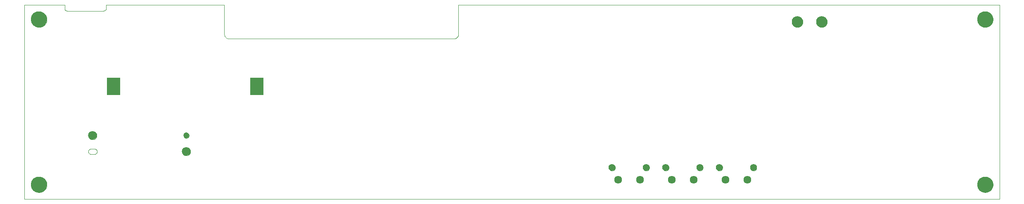
<source format=gbs>
G75*
%MOIN*%
%OFA0B0*%
%FSLAX25Y25*%
%IPPOS*%
%LPD*%
%AMOC8*
5,1,8,0,0,1.08239X$1,22.5*
%
%ADD10C,0.00000*%
%ADD11C,0.12998*%
%ADD12C,0.09061*%
%ADD13R,0.10636X0.14180*%
%ADD14C,0.04731*%
%ADD15C,0.07093*%
%ADD16C,0.06337*%
%ADD17C,0.05518*%
D10*
X0060586Y0028959D02*
X0060586Y0186439D01*
X0093066Y0186439D01*
X0093066Y0183487D01*
X0093068Y0183401D01*
X0093073Y0183315D01*
X0093083Y0183230D01*
X0093096Y0183145D01*
X0093113Y0183061D01*
X0093133Y0182977D01*
X0093157Y0182895D01*
X0093185Y0182814D01*
X0093216Y0182733D01*
X0093250Y0182655D01*
X0093288Y0182578D01*
X0093330Y0182503D01*
X0093374Y0182429D01*
X0093422Y0182358D01*
X0093473Y0182288D01*
X0093527Y0182221D01*
X0093583Y0182157D01*
X0093643Y0182095D01*
X0093705Y0182035D01*
X0093769Y0181979D01*
X0093836Y0181925D01*
X0093906Y0181874D01*
X0093977Y0181826D01*
X0094051Y0181782D01*
X0094126Y0181740D01*
X0094203Y0181702D01*
X0094281Y0181668D01*
X0094362Y0181637D01*
X0094443Y0181609D01*
X0094525Y0181585D01*
X0094609Y0181565D01*
X0094693Y0181548D01*
X0094778Y0181535D01*
X0094863Y0181525D01*
X0094949Y0181520D01*
X0095035Y0181518D01*
X0124562Y0181518D01*
X0124648Y0181520D01*
X0124734Y0181525D01*
X0124819Y0181535D01*
X0124904Y0181548D01*
X0124988Y0181565D01*
X0125072Y0181585D01*
X0125154Y0181609D01*
X0125235Y0181637D01*
X0125316Y0181668D01*
X0125394Y0181702D01*
X0125471Y0181740D01*
X0125547Y0181782D01*
X0125620Y0181826D01*
X0125691Y0181874D01*
X0125761Y0181925D01*
X0125828Y0181979D01*
X0125892Y0182035D01*
X0125954Y0182095D01*
X0126014Y0182157D01*
X0126070Y0182221D01*
X0126124Y0182288D01*
X0126175Y0182358D01*
X0126223Y0182429D01*
X0126267Y0182503D01*
X0126309Y0182578D01*
X0126347Y0182655D01*
X0126381Y0182733D01*
X0126412Y0182814D01*
X0126440Y0182895D01*
X0126464Y0182977D01*
X0126484Y0183061D01*
X0126501Y0183145D01*
X0126514Y0183230D01*
X0126524Y0183315D01*
X0126529Y0183401D01*
X0126531Y0183487D01*
X0126531Y0186439D01*
X0222003Y0186439D01*
X0222003Y0162817D01*
X0222005Y0162693D01*
X0222011Y0162570D01*
X0222020Y0162446D01*
X0222034Y0162324D01*
X0222051Y0162201D01*
X0222073Y0162079D01*
X0222098Y0161958D01*
X0222127Y0161838D01*
X0222159Y0161719D01*
X0222196Y0161600D01*
X0222236Y0161483D01*
X0222279Y0161368D01*
X0222327Y0161253D01*
X0222378Y0161141D01*
X0222432Y0161030D01*
X0222490Y0160920D01*
X0222551Y0160813D01*
X0222616Y0160707D01*
X0222684Y0160604D01*
X0222755Y0160503D01*
X0222829Y0160404D01*
X0222906Y0160307D01*
X0222987Y0160213D01*
X0223070Y0160122D01*
X0223156Y0160033D01*
X0223245Y0159947D01*
X0223336Y0159864D01*
X0223430Y0159783D01*
X0223527Y0159706D01*
X0223626Y0159632D01*
X0223727Y0159561D01*
X0223830Y0159493D01*
X0223936Y0159428D01*
X0224043Y0159367D01*
X0224153Y0159309D01*
X0224264Y0159255D01*
X0224376Y0159204D01*
X0224491Y0159156D01*
X0224606Y0159113D01*
X0224723Y0159073D01*
X0224842Y0159036D01*
X0224961Y0159004D01*
X0225081Y0158975D01*
X0225202Y0158950D01*
X0225324Y0158928D01*
X0225447Y0158911D01*
X0225569Y0158897D01*
X0225693Y0158888D01*
X0225816Y0158882D01*
X0225940Y0158880D01*
X0407043Y0158880D01*
X0407167Y0158882D01*
X0407290Y0158888D01*
X0407414Y0158897D01*
X0407536Y0158911D01*
X0407659Y0158928D01*
X0407781Y0158950D01*
X0407902Y0158975D01*
X0408022Y0159004D01*
X0408141Y0159036D01*
X0408260Y0159073D01*
X0408377Y0159113D01*
X0408492Y0159156D01*
X0408607Y0159204D01*
X0408719Y0159255D01*
X0408830Y0159309D01*
X0408940Y0159367D01*
X0409047Y0159428D01*
X0409153Y0159493D01*
X0409256Y0159561D01*
X0409357Y0159632D01*
X0409456Y0159706D01*
X0409553Y0159783D01*
X0409647Y0159864D01*
X0409738Y0159947D01*
X0409827Y0160033D01*
X0409913Y0160122D01*
X0409996Y0160213D01*
X0410077Y0160307D01*
X0410154Y0160404D01*
X0410228Y0160503D01*
X0410299Y0160604D01*
X0410367Y0160707D01*
X0410432Y0160813D01*
X0410493Y0160920D01*
X0410551Y0161030D01*
X0410605Y0161141D01*
X0410656Y0161253D01*
X0410704Y0161368D01*
X0410747Y0161483D01*
X0410787Y0161600D01*
X0410824Y0161719D01*
X0410856Y0161838D01*
X0410885Y0161958D01*
X0410910Y0162079D01*
X0410932Y0162201D01*
X0410949Y0162324D01*
X0410963Y0162446D01*
X0410972Y0162570D01*
X0410978Y0162693D01*
X0410980Y0162817D01*
X0410980Y0186439D01*
X0847987Y0186439D01*
X0847987Y0028959D01*
X0060586Y0028959D01*
X0066098Y0040770D02*
X0066100Y0040928D01*
X0066106Y0041086D01*
X0066116Y0041244D01*
X0066130Y0041402D01*
X0066148Y0041559D01*
X0066169Y0041716D01*
X0066195Y0041872D01*
X0066225Y0042028D01*
X0066258Y0042183D01*
X0066296Y0042336D01*
X0066337Y0042489D01*
X0066382Y0042641D01*
X0066431Y0042792D01*
X0066484Y0042941D01*
X0066540Y0043089D01*
X0066600Y0043235D01*
X0066664Y0043380D01*
X0066732Y0043523D01*
X0066803Y0043665D01*
X0066877Y0043805D01*
X0066955Y0043942D01*
X0067037Y0044078D01*
X0067121Y0044212D01*
X0067210Y0044343D01*
X0067301Y0044472D01*
X0067396Y0044599D01*
X0067493Y0044724D01*
X0067594Y0044846D01*
X0067698Y0044965D01*
X0067805Y0045082D01*
X0067915Y0045196D01*
X0068028Y0045307D01*
X0068143Y0045416D01*
X0068261Y0045521D01*
X0068382Y0045623D01*
X0068505Y0045723D01*
X0068631Y0045819D01*
X0068759Y0045912D01*
X0068889Y0046002D01*
X0069022Y0046088D01*
X0069157Y0046172D01*
X0069293Y0046251D01*
X0069432Y0046328D01*
X0069573Y0046400D01*
X0069715Y0046470D01*
X0069859Y0046535D01*
X0070005Y0046597D01*
X0070152Y0046655D01*
X0070301Y0046710D01*
X0070451Y0046761D01*
X0070602Y0046808D01*
X0070754Y0046851D01*
X0070907Y0046890D01*
X0071062Y0046926D01*
X0071217Y0046957D01*
X0071373Y0046985D01*
X0071529Y0047009D01*
X0071686Y0047029D01*
X0071844Y0047045D01*
X0072001Y0047057D01*
X0072160Y0047065D01*
X0072318Y0047069D01*
X0072476Y0047069D01*
X0072634Y0047065D01*
X0072793Y0047057D01*
X0072950Y0047045D01*
X0073108Y0047029D01*
X0073265Y0047009D01*
X0073421Y0046985D01*
X0073577Y0046957D01*
X0073732Y0046926D01*
X0073887Y0046890D01*
X0074040Y0046851D01*
X0074192Y0046808D01*
X0074343Y0046761D01*
X0074493Y0046710D01*
X0074642Y0046655D01*
X0074789Y0046597D01*
X0074935Y0046535D01*
X0075079Y0046470D01*
X0075221Y0046400D01*
X0075362Y0046328D01*
X0075501Y0046251D01*
X0075637Y0046172D01*
X0075772Y0046088D01*
X0075905Y0046002D01*
X0076035Y0045912D01*
X0076163Y0045819D01*
X0076289Y0045723D01*
X0076412Y0045623D01*
X0076533Y0045521D01*
X0076651Y0045416D01*
X0076766Y0045307D01*
X0076879Y0045196D01*
X0076989Y0045082D01*
X0077096Y0044965D01*
X0077200Y0044846D01*
X0077301Y0044724D01*
X0077398Y0044599D01*
X0077493Y0044472D01*
X0077584Y0044343D01*
X0077673Y0044212D01*
X0077757Y0044078D01*
X0077839Y0043942D01*
X0077917Y0043805D01*
X0077991Y0043665D01*
X0078062Y0043523D01*
X0078130Y0043380D01*
X0078194Y0043235D01*
X0078254Y0043089D01*
X0078310Y0042941D01*
X0078363Y0042792D01*
X0078412Y0042641D01*
X0078457Y0042489D01*
X0078498Y0042336D01*
X0078536Y0042183D01*
X0078569Y0042028D01*
X0078599Y0041872D01*
X0078625Y0041716D01*
X0078646Y0041559D01*
X0078664Y0041402D01*
X0078678Y0041244D01*
X0078688Y0041086D01*
X0078694Y0040928D01*
X0078696Y0040770D01*
X0078694Y0040612D01*
X0078688Y0040454D01*
X0078678Y0040296D01*
X0078664Y0040138D01*
X0078646Y0039981D01*
X0078625Y0039824D01*
X0078599Y0039668D01*
X0078569Y0039512D01*
X0078536Y0039357D01*
X0078498Y0039204D01*
X0078457Y0039051D01*
X0078412Y0038899D01*
X0078363Y0038748D01*
X0078310Y0038599D01*
X0078254Y0038451D01*
X0078194Y0038305D01*
X0078130Y0038160D01*
X0078062Y0038017D01*
X0077991Y0037875D01*
X0077917Y0037735D01*
X0077839Y0037598D01*
X0077757Y0037462D01*
X0077673Y0037328D01*
X0077584Y0037197D01*
X0077493Y0037068D01*
X0077398Y0036941D01*
X0077301Y0036816D01*
X0077200Y0036694D01*
X0077096Y0036575D01*
X0076989Y0036458D01*
X0076879Y0036344D01*
X0076766Y0036233D01*
X0076651Y0036124D01*
X0076533Y0036019D01*
X0076412Y0035917D01*
X0076289Y0035817D01*
X0076163Y0035721D01*
X0076035Y0035628D01*
X0075905Y0035538D01*
X0075772Y0035452D01*
X0075637Y0035368D01*
X0075501Y0035289D01*
X0075362Y0035212D01*
X0075221Y0035140D01*
X0075079Y0035070D01*
X0074935Y0035005D01*
X0074789Y0034943D01*
X0074642Y0034885D01*
X0074493Y0034830D01*
X0074343Y0034779D01*
X0074192Y0034732D01*
X0074040Y0034689D01*
X0073887Y0034650D01*
X0073732Y0034614D01*
X0073577Y0034583D01*
X0073421Y0034555D01*
X0073265Y0034531D01*
X0073108Y0034511D01*
X0072950Y0034495D01*
X0072793Y0034483D01*
X0072634Y0034475D01*
X0072476Y0034471D01*
X0072318Y0034471D01*
X0072160Y0034475D01*
X0072001Y0034483D01*
X0071844Y0034495D01*
X0071686Y0034511D01*
X0071529Y0034531D01*
X0071373Y0034555D01*
X0071217Y0034583D01*
X0071062Y0034614D01*
X0070907Y0034650D01*
X0070754Y0034689D01*
X0070602Y0034732D01*
X0070451Y0034779D01*
X0070301Y0034830D01*
X0070152Y0034885D01*
X0070005Y0034943D01*
X0069859Y0035005D01*
X0069715Y0035070D01*
X0069573Y0035140D01*
X0069432Y0035212D01*
X0069293Y0035289D01*
X0069157Y0035368D01*
X0069022Y0035452D01*
X0068889Y0035538D01*
X0068759Y0035628D01*
X0068631Y0035721D01*
X0068505Y0035817D01*
X0068382Y0035917D01*
X0068261Y0036019D01*
X0068143Y0036124D01*
X0068028Y0036233D01*
X0067915Y0036344D01*
X0067805Y0036458D01*
X0067698Y0036575D01*
X0067594Y0036694D01*
X0067493Y0036816D01*
X0067396Y0036941D01*
X0067301Y0037068D01*
X0067210Y0037197D01*
X0067121Y0037328D01*
X0067037Y0037462D01*
X0066955Y0037598D01*
X0066877Y0037735D01*
X0066803Y0037875D01*
X0066732Y0038017D01*
X0066664Y0038160D01*
X0066600Y0038305D01*
X0066540Y0038451D01*
X0066484Y0038599D01*
X0066431Y0038748D01*
X0066382Y0038899D01*
X0066337Y0039051D01*
X0066296Y0039204D01*
X0066258Y0039357D01*
X0066225Y0039512D01*
X0066195Y0039668D01*
X0066169Y0039824D01*
X0066148Y0039981D01*
X0066130Y0040138D01*
X0066116Y0040296D01*
X0066106Y0040454D01*
X0066100Y0040612D01*
X0066098Y0040770D01*
X0114326Y0065376D02*
X0117082Y0065376D01*
X0117082Y0065377D02*
X0117174Y0065379D01*
X0117266Y0065385D01*
X0117357Y0065395D01*
X0117448Y0065408D01*
X0117538Y0065426D01*
X0117628Y0065447D01*
X0117716Y0065472D01*
X0117803Y0065501D01*
X0117889Y0065533D01*
X0117974Y0065569D01*
X0118057Y0065609D01*
X0118138Y0065652D01*
X0118217Y0065698D01*
X0118294Y0065748D01*
X0118369Y0065801D01*
X0118442Y0065858D01*
X0118512Y0065917D01*
X0118580Y0065979D01*
X0118645Y0066044D01*
X0118707Y0066112D01*
X0118766Y0066182D01*
X0118823Y0066255D01*
X0118876Y0066330D01*
X0118926Y0066407D01*
X0118972Y0066486D01*
X0119015Y0066567D01*
X0119055Y0066650D01*
X0119091Y0066735D01*
X0119123Y0066821D01*
X0119152Y0066908D01*
X0119177Y0066996D01*
X0119198Y0067086D01*
X0119216Y0067176D01*
X0119229Y0067267D01*
X0119239Y0067358D01*
X0119245Y0067450D01*
X0119247Y0067542D01*
X0119245Y0067634D01*
X0119239Y0067726D01*
X0119229Y0067817D01*
X0119216Y0067908D01*
X0119198Y0067998D01*
X0119177Y0068088D01*
X0119152Y0068176D01*
X0119123Y0068263D01*
X0119091Y0068349D01*
X0119055Y0068434D01*
X0119015Y0068517D01*
X0118972Y0068598D01*
X0118926Y0068677D01*
X0118876Y0068754D01*
X0118823Y0068829D01*
X0118766Y0068902D01*
X0118707Y0068972D01*
X0118645Y0069040D01*
X0118580Y0069105D01*
X0118512Y0069167D01*
X0118442Y0069226D01*
X0118369Y0069283D01*
X0118294Y0069336D01*
X0118217Y0069386D01*
X0118138Y0069432D01*
X0118057Y0069475D01*
X0117974Y0069515D01*
X0117889Y0069551D01*
X0117803Y0069583D01*
X0117716Y0069612D01*
X0117628Y0069637D01*
X0117538Y0069658D01*
X0117448Y0069676D01*
X0117357Y0069689D01*
X0117266Y0069699D01*
X0117174Y0069705D01*
X0117082Y0069707D01*
X0114326Y0069707D01*
X0114326Y0069708D02*
X0114234Y0069702D01*
X0114143Y0069692D01*
X0114052Y0069678D01*
X0113962Y0069660D01*
X0113873Y0069639D01*
X0113784Y0069613D01*
X0113697Y0069584D01*
X0113611Y0069552D01*
X0113527Y0069516D01*
X0113444Y0069476D01*
X0113363Y0069433D01*
X0113284Y0069386D01*
X0113207Y0069336D01*
X0113132Y0069283D01*
X0113059Y0069226D01*
X0112989Y0069167D01*
X0112922Y0069105D01*
X0112857Y0069040D01*
X0112795Y0068972D01*
X0112735Y0068902D01*
X0112679Y0068829D01*
X0112626Y0068754D01*
X0112577Y0068677D01*
X0112530Y0068598D01*
X0112487Y0068516D01*
X0112448Y0068433D01*
X0112412Y0068349D01*
X0112379Y0068263D01*
X0112351Y0068176D01*
X0112326Y0068087D01*
X0112304Y0067998D01*
X0112287Y0067908D01*
X0112273Y0067817D01*
X0112264Y0067726D01*
X0112258Y0067634D01*
X0112256Y0067542D01*
X0112258Y0067450D01*
X0112264Y0067358D01*
X0112273Y0067267D01*
X0112287Y0067176D01*
X0112304Y0067086D01*
X0112326Y0066997D01*
X0112351Y0066908D01*
X0112379Y0066821D01*
X0112412Y0066735D01*
X0112448Y0066651D01*
X0112487Y0066568D01*
X0112530Y0066486D01*
X0112577Y0066407D01*
X0112626Y0066330D01*
X0112679Y0066255D01*
X0112735Y0066182D01*
X0112795Y0066112D01*
X0112857Y0066044D01*
X0112922Y0065979D01*
X0112989Y0065917D01*
X0113059Y0065858D01*
X0113132Y0065801D01*
X0113207Y0065748D01*
X0113284Y0065698D01*
X0113363Y0065651D01*
X0113444Y0065608D01*
X0113527Y0065568D01*
X0113611Y0065532D01*
X0113697Y0065500D01*
X0113784Y0065471D01*
X0113873Y0065445D01*
X0113962Y0065424D01*
X0114052Y0065406D01*
X0114143Y0065392D01*
X0114234Y0065382D01*
X0114326Y0065376D01*
X0112358Y0080534D02*
X0112360Y0080649D01*
X0112366Y0080765D01*
X0112376Y0080880D01*
X0112390Y0080995D01*
X0112408Y0081109D01*
X0112430Y0081222D01*
X0112455Y0081335D01*
X0112485Y0081446D01*
X0112518Y0081557D01*
X0112555Y0081666D01*
X0112596Y0081774D01*
X0112641Y0081881D01*
X0112689Y0081986D01*
X0112741Y0082089D01*
X0112797Y0082190D01*
X0112856Y0082290D01*
X0112918Y0082387D01*
X0112984Y0082482D01*
X0113052Y0082575D01*
X0113124Y0082665D01*
X0113199Y0082753D01*
X0113278Y0082838D01*
X0113359Y0082920D01*
X0113442Y0083000D01*
X0113529Y0083076D01*
X0113618Y0083150D01*
X0113709Y0083220D01*
X0113803Y0083288D01*
X0113899Y0083352D01*
X0113998Y0083412D01*
X0114098Y0083469D01*
X0114200Y0083523D01*
X0114304Y0083573D01*
X0114410Y0083620D01*
X0114517Y0083663D01*
X0114626Y0083702D01*
X0114736Y0083737D01*
X0114847Y0083768D01*
X0114959Y0083796D01*
X0115072Y0083820D01*
X0115186Y0083840D01*
X0115301Y0083856D01*
X0115416Y0083868D01*
X0115531Y0083876D01*
X0115646Y0083880D01*
X0115762Y0083880D01*
X0115877Y0083876D01*
X0115992Y0083868D01*
X0116107Y0083856D01*
X0116222Y0083840D01*
X0116336Y0083820D01*
X0116449Y0083796D01*
X0116561Y0083768D01*
X0116672Y0083737D01*
X0116782Y0083702D01*
X0116891Y0083663D01*
X0116998Y0083620D01*
X0117104Y0083573D01*
X0117208Y0083523D01*
X0117310Y0083469D01*
X0117410Y0083412D01*
X0117509Y0083352D01*
X0117605Y0083288D01*
X0117699Y0083220D01*
X0117790Y0083150D01*
X0117879Y0083076D01*
X0117966Y0083000D01*
X0118049Y0082920D01*
X0118130Y0082838D01*
X0118209Y0082753D01*
X0118284Y0082665D01*
X0118356Y0082575D01*
X0118424Y0082482D01*
X0118490Y0082387D01*
X0118552Y0082290D01*
X0118611Y0082190D01*
X0118667Y0082089D01*
X0118719Y0081986D01*
X0118767Y0081881D01*
X0118812Y0081774D01*
X0118853Y0081666D01*
X0118890Y0081557D01*
X0118923Y0081446D01*
X0118953Y0081335D01*
X0118978Y0081222D01*
X0119000Y0081109D01*
X0119018Y0080995D01*
X0119032Y0080880D01*
X0119042Y0080765D01*
X0119048Y0080649D01*
X0119050Y0080534D01*
X0119048Y0080419D01*
X0119042Y0080303D01*
X0119032Y0080188D01*
X0119018Y0080073D01*
X0119000Y0079959D01*
X0118978Y0079846D01*
X0118953Y0079733D01*
X0118923Y0079622D01*
X0118890Y0079511D01*
X0118853Y0079402D01*
X0118812Y0079294D01*
X0118767Y0079187D01*
X0118719Y0079082D01*
X0118667Y0078979D01*
X0118611Y0078878D01*
X0118552Y0078778D01*
X0118490Y0078681D01*
X0118424Y0078586D01*
X0118356Y0078493D01*
X0118284Y0078403D01*
X0118209Y0078315D01*
X0118130Y0078230D01*
X0118049Y0078148D01*
X0117966Y0078068D01*
X0117879Y0077992D01*
X0117790Y0077918D01*
X0117699Y0077848D01*
X0117605Y0077780D01*
X0117509Y0077716D01*
X0117410Y0077656D01*
X0117310Y0077599D01*
X0117208Y0077545D01*
X0117104Y0077495D01*
X0116998Y0077448D01*
X0116891Y0077405D01*
X0116782Y0077366D01*
X0116672Y0077331D01*
X0116561Y0077300D01*
X0116449Y0077272D01*
X0116336Y0077248D01*
X0116222Y0077228D01*
X0116107Y0077212D01*
X0115992Y0077200D01*
X0115877Y0077192D01*
X0115762Y0077188D01*
X0115646Y0077188D01*
X0115531Y0077192D01*
X0115416Y0077200D01*
X0115301Y0077212D01*
X0115186Y0077228D01*
X0115072Y0077248D01*
X0114959Y0077272D01*
X0114847Y0077300D01*
X0114736Y0077331D01*
X0114626Y0077366D01*
X0114517Y0077405D01*
X0114410Y0077448D01*
X0114304Y0077495D01*
X0114200Y0077545D01*
X0114098Y0077599D01*
X0113998Y0077656D01*
X0113899Y0077716D01*
X0113803Y0077780D01*
X0113709Y0077848D01*
X0113618Y0077918D01*
X0113529Y0077992D01*
X0113442Y0078068D01*
X0113359Y0078148D01*
X0113278Y0078230D01*
X0113199Y0078315D01*
X0113124Y0078403D01*
X0113052Y0078493D01*
X0112984Y0078586D01*
X0112918Y0078681D01*
X0112856Y0078778D01*
X0112797Y0078878D01*
X0112741Y0078979D01*
X0112689Y0079082D01*
X0112641Y0079187D01*
X0112596Y0079294D01*
X0112555Y0079402D01*
X0112518Y0079511D01*
X0112485Y0079622D01*
X0112455Y0079733D01*
X0112430Y0079846D01*
X0112408Y0079959D01*
X0112390Y0080073D01*
X0112376Y0080188D01*
X0112366Y0080303D01*
X0112360Y0080419D01*
X0112358Y0080534D01*
X0189130Y0080534D02*
X0189132Y0080627D01*
X0189138Y0080719D01*
X0189148Y0080811D01*
X0189162Y0080902D01*
X0189179Y0080993D01*
X0189201Y0081083D01*
X0189226Y0081172D01*
X0189255Y0081260D01*
X0189288Y0081346D01*
X0189325Y0081431D01*
X0189365Y0081515D01*
X0189409Y0081596D01*
X0189456Y0081676D01*
X0189506Y0081754D01*
X0189560Y0081829D01*
X0189617Y0081902D01*
X0189677Y0081972D01*
X0189740Y0082040D01*
X0189806Y0082105D01*
X0189874Y0082167D01*
X0189945Y0082227D01*
X0190019Y0082283D01*
X0190095Y0082336D01*
X0190173Y0082385D01*
X0190253Y0082432D01*
X0190335Y0082474D01*
X0190419Y0082514D01*
X0190504Y0082549D01*
X0190591Y0082581D01*
X0190679Y0082610D01*
X0190768Y0082634D01*
X0190858Y0082655D01*
X0190949Y0082671D01*
X0191041Y0082684D01*
X0191133Y0082693D01*
X0191226Y0082698D01*
X0191318Y0082699D01*
X0191411Y0082696D01*
X0191503Y0082689D01*
X0191595Y0082678D01*
X0191686Y0082663D01*
X0191777Y0082645D01*
X0191867Y0082622D01*
X0191955Y0082596D01*
X0192043Y0082566D01*
X0192129Y0082532D01*
X0192213Y0082495D01*
X0192296Y0082453D01*
X0192377Y0082409D01*
X0192457Y0082361D01*
X0192534Y0082310D01*
X0192608Y0082255D01*
X0192681Y0082197D01*
X0192751Y0082137D01*
X0192818Y0082073D01*
X0192882Y0082007D01*
X0192944Y0081937D01*
X0193002Y0081866D01*
X0193057Y0081792D01*
X0193109Y0081715D01*
X0193158Y0081636D01*
X0193204Y0081556D01*
X0193246Y0081473D01*
X0193284Y0081389D01*
X0193319Y0081303D01*
X0193350Y0081216D01*
X0193377Y0081128D01*
X0193400Y0081038D01*
X0193420Y0080948D01*
X0193436Y0080857D01*
X0193448Y0080765D01*
X0193456Y0080673D01*
X0193460Y0080580D01*
X0193460Y0080488D01*
X0193456Y0080395D01*
X0193448Y0080303D01*
X0193436Y0080211D01*
X0193420Y0080120D01*
X0193400Y0080030D01*
X0193377Y0079940D01*
X0193350Y0079852D01*
X0193319Y0079765D01*
X0193284Y0079679D01*
X0193246Y0079595D01*
X0193204Y0079512D01*
X0193158Y0079432D01*
X0193109Y0079353D01*
X0193057Y0079276D01*
X0193002Y0079202D01*
X0192944Y0079131D01*
X0192882Y0079061D01*
X0192818Y0078995D01*
X0192751Y0078931D01*
X0192681Y0078871D01*
X0192608Y0078813D01*
X0192534Y0078758D01*
X0192457Y0078707D01*
X0192378Y0078659D01*
X0192296Y0078615D01*
X0192213Y0078573D01*
X0192129Y0078536D01*
X0192043Y0078502D01*
X0191955Y0078472D01*
X0191867Y0078446D01*
X0191777Y0078423D01*
X0191686Y0078405D01*
X0191595Y0078390D01*
X0191503Y0078379D01*
X0191411Y0078372D01*
X0191318Y0078369D01*
X0191226Y0078370D01*
X0191133Y0078375D01*
X0191041Y0078384D01*
X0190949Y0078397D01*
X0190858Y0078413D01*
X0190768Y0078434D01*
X0190679Y0078458D01*
X0190591Y0078487D01*
X0190504Y0078519D01*
X0190419Y0078554D01*
X0190335Y0078594D01*
X0190253Y0078636D01*
X0190173Y0078683D01*
X0190095Y0078732D01*
X0190019Y0078785D01*
X0189945Y0078841D01*
X0189874Y0078901D01*
X0189806Y0078963D01*
X0189740Y0079028D01*
X0189677Y0079096D01*
X0189617Y0079166D01*
X0189560Y0079239D01*
X0189506Y0079314D01*
X0189456Y0079392D01*
X0189409Y0079472D01*
X0189365Y0079553D01*
X0189325Y0079637D01*
X0189288Y0079722D01*
X0189255Y0079808D01*
X0189226Y0079896D01*
X0189201Y0079985D01*
X0189179Y0080075D01*
X0189162Y0080166D01*
X0189148Y0080257D01*
X0189138Y0080349D01*
X0189132Y0080441D01*
X0189130Y0080534D01*
X0187949Y0067542D02*
X0187951Y0067657D01*
X0187957Y0067773D01*
X0187967Y0067888D01*
X0187981Y0068003D01*
X0187999Y0068117D01*
X0188021Y0068230D01*
X0188046Y0068343D01*
X0188076Y0068454D01*
X0188109Y0068565D01*
X0188146Y0068674D01*
X0188187Y0068782D01*
X0188232Y0068889D01*
X0188280Y0068994D01*
X0188332Y0069097D01*
X0188388Y0069198D01*
X0188447Y0069298D01*
X0188509Y0069395D01*
X0188575Y0069490D01*
X0188643Y0069583D01*
X0188715Y0069673D01*
X0188790Y0069761D01*
X0188869Y0069846D01*
X0188950Y0069928D01*
X0189033Y0070008D01*
X0189120Y0070084D01*
X0189209Y0070158D01*
X0189300Y0070228D01*
X0189394Y0070296D01*
X0189490Y0070360D01*
X0189589Y0070420D01*
X0189689Y0070477D01*
X0189791Y0070531D01*
X0189895Y0070581D01*
X0190001Y0070628D01*
X0190108Y0070671D01*
X0190217Y0070710D01*
X0190327Y0070745D01*
X0190438Y0070776D01*
X0190550Y0070804D01*
X0190663Y0070828D01*
X0190777Y0070848D01*
X0190892Y0070864D01*
X0191007Y0070876D01*
X0191122Y0070884D01*
X0191237Y0070888D01*
X0191353Y0070888D01*
X0191468Y0070884D01*
X0191583Y0070876D01*
X0191698Y0070864D01*
X0191813Y0070848D01*
X0191927Y0070828D01*
X0192040Y0070804D01*
X0192152Y0070776D01*
X0192263Y0070745D01*
X0192373Y0070710D01*
X0192482Y0070671D01*
X0192589Y0070628D01*
X0192695Y0070581D01*
X0192799Y0070531D01*
X0192901Y0070477D01*
X0193001Y0070420D01*
X0193100Y0070360D01*
X0193196Y0070296D01*
X0193290Y0070228D01*
X0193381Y0070158D01*
X0193470Y0070084D01*
X0193557Y0070008D01*
X0193640Y0069928D01*
X0193721Y0069846D01*
X0193800Y0069761D01*
X0193875Y0069673D01*
X0193947Y0069583D01*
X0194015Y0069490D01*
X0194081Y0069395D01*
X0194143Y0069298D01*
X0194202Y0069198D01*
X0194258Y0069097D01*
X0194310Y0068994D01*
X0194358Y0068889D01*
X0194403Y0068782D01*
X0194444Y0068674D01*
X0194481Y0068565D01*
X0194514Y0068454D01*
X0194544Y0068343D01*
X0194569Y0068230D01*
X0194591Y0068117D01*
X0194609Y0068003D01*
X0194623Y0067888D01*
X0194633Y0067773D01*
X0194639Y0067657D01*
X0194641Y0067542D01*
X0194639Y0067427D01*
X0194633Y0067311D01*
X0194623Y0067196D01*
X0194609Y0067081D01*
X0194591Y0066967D01*
X0194569Y0066854D01*
X0194544Y0066741D01*
X0194514Y0066630D01*
X0194481Y0066519D01*
X0194444Y0066410D01*
X0194403Y0066302D01*
X0194358Y0066195D01*
X0194310Y0066090D01*
X0194258Y0065987D01*
X0194202Y0065886D01*
X0194143Y0065786D01*
X0194081Y0065689D01*
X0194015Y0065594D01*
X0193947Y0065501D01*
X0193875Y0065411D01*
X0193800Y0065323D01*
X0193721Y0065238D01*
X0193640Y0065156D01*
X0193557Y0065076D01*
X0193470Y0065000D01*
X0193381Y0064926D01*
X0193290Y0064856D01*
X0193196Y0064788D01*
X0193100Y0064724D01*
X0193001Y0064664D01*
X0192901Y0064607D01*
X0192799Y0064553D01*
X0192695Y0064503D01*
X0192589Y0064456D01*
X0192482Y0064413D01*
X0192373Y0064374D01*
X0192263Y0064339D01*
X0192152Y0064308D01*
X0192040Y0064280D01*
X0191927Y0064256D01*
X0191813Y0064236D01*
X0191698Y0064220D01*
X0191583Y0064208D01*
X0191468Y0064200D01*
X0191353Y0064196D01*
X0191237Y0064196D01*
X0191122Y0064200D01*
X0191007Y0064208D01*
X0190892Y0064220D01*
X0190777Y0064236D01*
X0190663Y0064256D01*
X0190550Y0064280D01*
X0190438Y0064308D01*
X0190327Y0064339D01*
X0190217Y0064374D01*
X0190108Y0064413D01*
X0190001Y0064456D01*
X0189895Y0064503D01*
X0189791Y0064553D01*
X0189689Y0064607D01*
X0189589Y0064664D01*
X0189490Y0064724D01*
X0189394Y0064788D01*
X0189300Y0064856D01*
X0189209Y0064926D01*
X0189120Y0065000D01*
X0189033Y0065076D01*
X0188950Y0065156D01*
X0188869Y0065238D01*
X0188790Y0065323D01*
X0188715Y0065411D01*
X0188643Y0065501D01*
X0188575Y0065594D01*
X0188509Y0065689D01*
X0188447Y0065786D01*
X0188388Y0065886D01*
X0188332Y0065987D01*
X0188280Y0066090D01*
X0188232Y0066195D01*
X0188187Y0066302D01*
X0188146Y0066410D01*
X0188109Y0066519D01*
X0188076Y0066630D01*
X0188046Y0066741D01*
X0188021Y0066854D01*
X0187999Y0066967D01*
X0187981Y0067081D01*
X0187967Y0067196D01*
X0187957Y0067311D01*
X0187951Y0067427D01*
X0187949Y0067542D01*
X0066098Y0174628D02*
X0066100Y0174786D01*
X0066106Y0174944D01*
X0066116Y0175102D01*
X0066130Y0175260D01*
X0066148Y0175417D01*
X0066169Y0175574D01*
X0066195Y0175730D01*
X0066225Y0175886D01*
X0066258Y0176041D01*
X0066296Y0176194D01*
X0066337Y0176347D01*
X0066382Y0176499D01*
X0066431Y0176650D01*
X0066484Y0176799D01*
X0066540Y0176947D01*
X0066600Y0177093D01*
X0066664Y0177238D01*
X0066732Y0177381D01*
X0066803Y0177523D01*
X0066877Y0177663D01*
X0066955Y0177800D01*
X0067037Y0177936D01*
X0067121Y0178070D01*
X0067210Y0178201D01*
X0067301Y0178330D01*
X0067396Y0178457D01*
X0067493Y0178582D01*
X0067594Y0178704D01*
X0067698Y0178823D01*
X0067805Y0178940D01*
X0067915Y0179054D01*
X0068028Y0179165D01*
X0068143Y0179274D01*
X0068261Y0179379D01*
X0068382Y0179481D01*
X0068505Y0179581D01*
X0068631Y0179677D01*
X0068759Y0179770D01*
X0068889Y0179860D01*
X0069022Y0179946D01*
X0069157Y0180030D01*
X0069293Y0180109D01*
X0069432Y0180186D01*
X0069573Y0180258D01*
X0069715Y0180328D01*
X0069859Y0180393D01*
X0070005Y0180455D01*
X0070152Y0180513D01*
X0070301Y0180568D01*
X0070451Y0180619D01*
X0070602Y0180666D01*
X0070754Y0180709D01*
X0070907Y0180748D01*
X0071062Y0180784D01*
X0071217Y0180815D01*
X0071373Y0180843D01*
X0071529Y0180867D01*
X0071686Y0180887D01*
X0071844Y0180903D01*
X0072001Y0180915D01*
X0072160Y0180923D01*
X0072318Y0180927D01*
X0072476Y0180927D01*
X0072634Y0180923D01*
X0072793Y0180915D01*
X0072950Y0180903D01*
X0073108Y0180887D01*
X0073265Y0180867D01*
X0073421Y0180843D01*
X0073577Y0180815D01*
X0073732Y0180784D01*
X0073887Y0180748D01*
X0074040Y0180709D01*
X0074192Y0180666D01*
X0074343Y0180619D01*
X0074493Y0180568D01*
X0074642Y0180513D01*
X0074789Y0180455D01*
X0074935Y0180393D01*
X0075079Y0180328D01*
X0075221Y0180258D01*
X0075362Y0180186D01*
X0075501Y0180109D01*
X0075637Y0180030D01*
X0075772Y0179946D01*
X0075905Y0179860D01*
X0076035Y0179770D01*
X0076163Y0179677D01*
X0076289Y0179581D01*
X0076412Y0179481D01*
X0076533Y0179379D01*
X0076651Y0179274D01*
X0076766Y0179165D01*
X0076879Y0179054D01*
X0076989Y0178940D01*
X0077096Y0178823D01*
X0077200Y0178704D01*
X0077301Y0178582D01*
X0077398Y0178457D01*
X0077493Y0178330D01*
X0077584Y0178201D01*
X0077673Y0178070D01*
X0077757Y0177936D01*
X0077839Y0177800D01*
X0077917Y0177663D01*
X0077991Y0177523D01*
X0078062Y0177381D01*
X0078130Y0177238D01*
X0078194Y0177093D01*
X0078254Y0176947D01*
X0078310Y0176799D01*
X0078363Y0176650D01*
X0078412Y0176499D01*
X0078457Y0176347D01*
X0078498Y0176194D01*
X0078536Y0176041D01*
X0078569Y0175886D01*
X0078599Y0175730D01*
X0078625Y0175574D01*
X0078646Y0175417D01*
X0078664Y0175260D01*
X0078678Y0175102D01*
X0078688Y0174944D01*
X0078694Y0174786D01*
X0078696Y0174628D01*
X0078694Y0174470D01*
X0078688Y0174312D01*
X0078678Y0174154D01*
X0078664Y0173996D01*
X0078646Y0173839D01*
X0078625Y0173682D01*
X0078599Y0173526D01*
X0078569Y0173370D01*
X0078536Y0173215D01*
X0078498Y0173062D01*
X0078457Y0172909D01*
X0078412Y0172757D01*
X0078363Y0172606D01*
X0078310Y0172457D01*
X0078254Y0172309D01*
X0078194Y0172163D01*
X0078130Y0172018D01*
X0078062Y0171875D01*
X0077991Y0171733D01*
X0077917Y0171593D01*
X0077839Y0171456D01*
X0077757Y0171320D01*
X0077673Y0171186D01*
X0077584Y0171055D01*
X0077493Y0170926D01*
X0077398Y0170799D01*
X0077301Y0170674D01*
X0077200Y0170552D01*
X0077096Y0170433D01*
X0076989Y0170316D01*
X0076879Y0170202D01*
X0076766Y0170091D01*
X0076651Y0169982D01*
X0076533Y0169877D01*
X0076412Y0169775D01*
X0076289Y0169675D01*
X0076163Y0169579D01*
X0076035Y0169486D01*
X0075905Y0169396D01*
X0075772Y0169310D01*
X0075637Y0169226D01*
X0075501Y0169147D01*
X0075362Y0169070D01*
X0075221Y0168998D01*
X0075079Y0168928D01*
X0074935Y0168863D01*
X0074789Y0168801D01*
X0074642Y0168743D01*
X0074493Y0168688D01*
X0074343Y0168637D01*
X0074192Y0168590D01*
X0074040Y0168547D01*
X0073887Y0168508D01*
X0073732Y0168472D01*
X0073577Y0168441D01*
X0073421Y0168413D01*
X0073265Y0168389D01*
X0073108Y0168369D01*
X0072950Y0168353D01*
X0072793Y0168341D01*
X0072634Y0168333D01*
X0072476Y0168329D01*
X0072318Y0168329D01*
X0072160Y0168333D01*
X0072001Y0168341D01*
X0071844Y0168353D01*
X0071686Y0168369D01*
X0071529Y0168389D01*
X0071373Y0168413D01*
X0071217Y0168441D01*
X0071062Y0168472D01*
X0070907Y0168508D01*
X0070754Y0168547D01*
X0070602Y0168590D01*
X0070451Y0168637D01*
X0070301Y0168688D01*
X0070152Y0168743D01*
X0070005Y0168801D01*
X0069859Y0168863D01*
X0069715Y0168928D01*
X0069573Y0168998D01*
X0069432Y0169070D01*
X0069293Y0169147D01*
X0069157Y0169226D01*
X0069022Y0169310D01*
X0068889Y0169396D01*
X0068759Y0169486D01*
X0068631Y0169579D01*
X0068505Y0169675D01*
X0068382Y0169775D01*
X0068261Y0169877D01*
X0068143Y0169982D01*
X0068028Y0170091D01*
X0067915Y0170202D01*
X0067805Y0170316D01*
X0067698Y0170433D01*
X0067594Y0170552D01*
X0067493Y0170674D01*
X0067396Y0170799D01*
X0067301Y0170926D01*
X0067210Y0171055D01*
X0067121Y0171186D01*
X0067037Y0171320D01*
X0066955Y0171456D01*
X0066877Y0171593D01*
X0066803Y0171733D01*
X0066732Y0171875D01*
X0066664Y0172018D01*
X0066600Y0172163D01*
X0066540Y0172309D01*
X0066484Y0172457D01*
X0066431Y0172606D01*
X0066382Y0172757D01*
X0066337Y0172909D01*
X0066296Y0173062D01*
X0066258Y0173215D01*
X0066225Y0173370D01*
X0066195Y0173526D01*
X0066169Y0173682D01*
X0066148Y0173839D01*
X0066130Y0173996D01*
X0066116Y0174154D01*
X0066106Y0174312D01*
X0066100Y0174470D01*
X0066098Y0174628D01*
X0532436Y0054550D02*
X0532438Y0054651D01*
X0532444Y0054752D01*
X0532454Y0054853D01*
X0532468Y0054953D01*
X0532486Y0055052D01*
X0532508Y0055151D01*
X0532533Y0055249D01*
X0532563Y0055346D01*
X0532596Y0055441D01*
X0532633Y0055535D01*
X0532674Y0055628D01*
X0532718Y0055719D01*
X0532766Y0055808D01*
X0532818Y0055895D01*
X0532873Y0055980D01*
X0532931Y0056062D01*
X0532992Y0056143D01*
X0533057Y0056221D01*
X0533124Y0056296D01*
X0533194Y0056368D01*
X0533268Y0056438D01*
X0533344Y0056505D01*
X0533422Y0056569D01*
X0533503Y0056629D01*
X0533586Y0056686D01*
X0533672Y0056740D01*
X0533760Y0056791D01*
X0533849Y0056838D01*
X0533940Y0056882D01*
X0534033Y0056921D01*
X0534128Y0056958D01*
X0534223Y0056990D01*
X0534320Y0057019D01*
X0534419Y0057043D01*
X0534517Y0057064D01*
X0534617Y0057081D01*
X0534717Y0057094D01*
X0534818Y0057103D01*
X0534919Y0057108D01*
X0535020Y0057109D01*
X0535121Y0057106D01*
X0535222Y0057099D01*
X0535323Y0057088D01*
X0535423Y0057073D01*
X0535522Y0057054D01*
X0535621Y0057031D01*
X0535718Y0057005D01*
X0535815Y0056974D01*
X0535910Y0056940D01*
X0536003Y0056902D01*
X0536096Y0056860D01*
X0536186Y0056815D01*
X0536275Y0056766D01*
X0536361Y0056714D01*
X0536445Y0056658D01*
X0536528Y0056599D01*
X0536607Y0056537D01*
X0536685Y0056472D01*
X0536759Y0056404D01*
X0536831Y0056332D01*
X0536900Y0056259D01*
X0536966Y0056182D01*
X0537029Y0056103D01*
X0537089Y0056021D01*
X0537145Y0055937D01*
X0537198Y0055851D01*
X0537248Y0055763D01*
X0537294Y0055673D01*
X0537337Y0055582D01*
X0537376Y0055488D01*
X0537411Y0055393D01*
X0537442Y0055297D01*
X0537470Y0055200D01*
X0537494Y0055102D01*
X0537514Y0055003D01*
X0537530Y0054903D01*
X0537542Y0054802D01*
X0537550Y0054702D01*
X0537554Y0054601D01*
X0537554Y0054499D01*
X0537550Y0054398D01*
X0537542Y0054298D01*
X0537530Y0054197D01*
X0537514Y0054097D01*
X0537494Y0053998D01*
X0537470Y0053900D01*
X0537442Y0053803D01*
X0537411Y0053707D01*
X0537376Y0053612D01*
X0537337Y0053518D01*
X0537294Y0053427D01*
X0537248Y0053337D01*
X0537198Y0053249D01*
X0537145Y0053163D01*
X0537089Y0053079D01*
X0537029Y0052997D01*
X0536966Y0052918D01*
X0536900Y0052841D01*
X0536831Y0052768D01*
X0536759Y0052696D01*
X0536685Y0052628D01*
X0536607Y0052563D01*
X0536528Y0052501D01*
X0536445Y0052442D01*
X0536361Y0052386D01*
X0536274Y0052334D01*
X0536186Y0052285D01*
X0536096Y0052240D01*
X0536003Y0052198D01*
X0535910Y0052160D01*
X0535815Y0052126D01*
X0535718Y0052095D01*
X0535621Y0052069D01*
X0535522Y0052046D01*
X0535423Y0052027D01*
X0535323Y0052012D01*
X0535222Y0052001D01*
X0535121Y0051994D01*
X0535020Y0051991D01*
X0534919Y0051992D01*
X0534818Y0051997D01*
X0534717Y0052006D01*
X0534617Y0052019D01*
X0534517Y0052036D01*
X0534419Y0052057D01*
X0534320Y0052081D01*
X0534223Y0052110D01*
X0534128Y0052142D01*
X0534033Y0052179D01*
X0533940Y0052218D01*
X0533849Y0052262D01*
X0533760Y0052309D01*
X0533672Y0052360D01*
X0533586Y0052414D01*
X0533503Y0052471D01*
X0533422Y0052531D01*
X0533344Y0052595D01*
X0533268Y0052662D01*
X0533194Y0052732D01*
X0533124Y0052804D01*
X0533057Y0052879D01*
X0532992Y0052957D01*
X0532931Y0053038D01*
X0532873Y0053120D01*
X0532818Y0053205D01*
X0532766Y0053292D01*
X0532718Y0053381D01*
X0532674Y0053472D01*
X0532633Y0053565D01*
X0532596Y0053659D01*
X0532563Y0053754D01*
X0532533Y0053851D01*
X0532508Y0053949D01*
X0532486Y0054048D01*
X0532468Y0054147D01*
X0532454Y0054247D01*
X0532444Y0054348D01*
X0532438Y0054449D01*
X0532436Y0054550D01*
X0559995Y0054550D02*
X0559997Y0054651D01*
X0560003Y0054752D01*
X0560013Y0054853D01*
X0560027Y0054953D01*
X0560045Y0055052D01*
X0560067Y0055151D01*
X0560092Y0055249D01*
X0560122Y0055346D01*
X0560155Y0055441D01*
X0560192Y0055535D01*
X0560233Y0055628D01*
X0560277Y0055719D01*
X0560325Y0055808D01*
X0560377Y0055895D01*
X0560432Y0055980D01*
X0560490Y0056062D01*
X0560551Y0056143D01*
X0560616Y0056221D01*
X0560683Y0056296D01*
X0560753Y0056368D01*
X0560827Y0056438D01*
X0560903Y0056505D01*
X0560981Y0056569D01*
X0561062Y0056629D01*
X0561145Y0056686D01*
X0561231Y0056740D01*
X0561319Y0056791D01*
X0561408Y0056838D01*
X0561499Y0056882D01*
X0561592Y0056921D01*
X0561687Y0056958D01*
X0561782Y0056990D01*
X0561879Y0057019D01*
X0561978Y0057043D01*
X0562076Y0057064D01*
X0562176Y0057081D01*
X0562276Y0057094D01*
X0562377Y0057103D01*
X0562478Y0057108D01*
X0562579Y0057109D01*
X0562680Y0057106D01*
X0562781Y0057099D01*
X0562882Y0057088D01*
X0562982Y0057073D01*
X0563081Y0057054D01*
X0563180Y0057031D01*
X0563277Y0057005D01*
X0563374Y0056974D01*
X0563469Y0056940D01*
X0563562Y0056902D01*
X0563655Y0056860D01*
X0563745Y0056815D01*
X0563834Y0056766D01*
X0563920Y0056714D01*
X0564004Y0056658D01*
X0564087Y0056599D01*
X0564166Y0056537D01*
X0564244Y0056472D01*
X0564318Y0056404D01*
X0564390Y0056332D01*
X0564459Y0056259D01*
X0564525Y0056182D01*
X0564588Y0056103D01*
X0564648Y0056021D01*
X0564704Y0055937D01*
X0564757Y0055851D01*
X0564807Y0055763D01*
X0564853Y0055673D01*
X0564896Y0055582D01*
X0564935Y0055488D01*
X0564970Y0055393D01*
X0565001Y0055297D01*
X0565029Y0055200D01*
X0565053Y0055102D01*
X0565073Y0055003D01*
X0565089Y0054903D01*
X0565101Y0054802D01*
X0565109Y0054702D01*
X0565113Y0054601D01*
X0565113Y0054499D01*
X0565109Y0054398D01*
X0565101Y0054298D01*
X0565089Y0054197D01*
X0565073Y0054097D01*
X0565053Y0053998D01*
X0565029Y0053900D01*
X0565001Y0053803D01*
X0564970Y0053707D01*
X0564935Y0053612D01*
X0564896Y0053518D01*
X0564853Y0053427D01*
X0564807Y0053337D01*
X0564757Y0053249D01*
X0564704Y0053163D01*
X0564648Y0053079D01*
X0564588Y0052997D01*
X0564525Y0052918D01*
X0564459Y0052841D01*
X0564390Y0052768D01*
X0564318Y0052696D01*
X0564244Y0052628D01*
X0564166Y0052563D01*
X0564087Y0052501D01*
X0564004Y0052442D01*
X0563920Y0052386D01*
X0563833Y0052334D01*
X0563745Y0052285D01*
X0563655Y0052240D01*
X0563562Y0052198D01*
X0563469Y0052160D01*
X0563374Y0052126D01*
X0563277Y0052095D01*
X0563180Y0052069D01*
X0563081Y0052046D01*
X0562982Y0052027D01*
X0562882Y0052012D01*
X0562781Y0052001D01*
X0562680Y0051994D01*
X0562579Y0051991D01*
X0562478Y0051992D01*
X0562377Y0051997D01*
X0562276Y0052006D01*
X0562176Y0052019D01*
X0562076Y0052036D01*
X0561978Y0052057D01*
X0561879Y0052081D01*
X0561782Y0052110D01*
X0561687Y0052142D01*
X0561592Y0052179D01*
X0561499Y0052218D01*
X0561408Y0052262D01*
X0561319Y0052309D01*
X0561231Y0052360D01*
X0561145Y0052414D01*
X0561062Y0052471D01*
X0560981Y0052531D01*
X0560903Y0052595D01*
X0560827Y0052662D01*
X0560753Y0052732D01*
X0560683Y0052804D01*
X0560616Y0052879D01*
X0560551Y0052957D01*
X0560490Y0053038D01*
X0560432Y0053120D01*
X0560377Y0053205D01*
X0560325Y0053292D01*
X0560277Y0053381D01*
X0560233Y0053472D01*
X0560192Y0053565D01*
X0560155Y0053659D01*
X0560122Y0053754D01*
X0560092Y0053851D01*
X0560067Y0053949D01*
X0560045Y0054048D01*
X0560027Y0054147D01*
X0560013Y0054247D01*
X0560003Y0054348D01*
X0559997Y0054449D01*
X0559995Y0054550D01*
X0575743Y0054550D02*
X0575745Y0054651D01*
X0575751Y0054752D01*
X0575761Y0054853D01*
X0575775Y0054953D01*
X0575793Y0055052D01*
X0575815Y0055151D01*
X0575840Y0055249D01*
X0575870Y0055346D01*
X0575903Y0055441D01*
X0575940Y0055535D01*
X0575981Y0055628D01*
X0576025Y0055719D01*
X0576073Y0055808D01*
X0576125Y0055895D01*
X0576180Y0055980D01*
X0576238Y0056062D01*
X0576299Y0056143D01*
X0576364Y0056221D01*
X0576431Y0056296D01*
X0576501Y0056368D01*
X0576575Y0056438D01*
X0576651Y0056505D01*
X0576729Y0056569D01*
X0576810Y0056629D01*
X0576893Y0056686D01*
X0576979Y0056740D01*
X0577067Y0056791D01*
X0577156Y0056838D01*
X0577247Y0056882D01*
X0577340Y0056921D01*
X0577435Y0056958D01*
X0577530Y0056990D01*
X0577627Y0057019D01*
X0577726Y0057043D01*
X0577824Y0057064D01*
X0577924Y0057081D01*
X0578024Y0057094D01*
X0578125Y0057103D01*
X0578226Y0057108D01*
X0578327Y0057109D01*
X0578428Y0057106D01*
X0578529Y0057099D01*
X0578630Y0057088D01*
X0578730Y0057073D01*
X0578829Y0057054D01*
X0578928Y0057031D01*
X0579025Y0057005D01*
X0579122Y0056974D01*
X0579217Y0056940D01*
X0579310Y0056902D01*
X0579403Y0056860D01*
X0579493Y0056815D01*
X0579582Y0056766D01*
X0579668Y0056714D01*
X0579752Y0056658D01*
X0579835Y0056599D01*
X0579914Y0056537D01*
X0579992Y0056472D01*
X0580066Y0056404D01*
X0580138Y0056332D01*
X0580207Y0056259D01*
X0580273Y0056182D01*
X0580336Y0056103D01*
X0580396Y0056021D01*
X0580452Y0055937D01*
X0580505Y0055851D01*
X0580555Y0055763D01*
X0580601Y0055673D01*
X0580644Y0055582D01*
X0580683Y0055488D01*
X0580718Y0055393D01*
X0580749Y0055297D01*
X0580777Y0055200D01*
X0580801Y0055102D01*
X0580821Y0055003D01*
X0580837Y0054903D01*
X0580849Y0054802D01*
X0580857Y0054702D01*
X0580861Y0054601D01*
X0580861Y0054499D01*
X0580857Y0054398D01*
X0580849Y0054298D01*
X0580837Y0054197D01*
X0580821Y0054097D01*
X0580801Y0053998D01*
X0580777Y0053900D01*
X0580749Y0053803D01*
X0580718Y0053707D01*
X0580683Y0053612D01*
X0580644Y0053518D01*
X0580601Y0053427D01*
X0580555Y0053337D01*
X0580505Y0053249D01*
X0580452Y0053163D01*
X0580396Y0053079D01*
X0580336Y0052997D01*
X0580273Y0052918D01*
X0580207Y0052841D01*
X0580138Y0052768D01*
X0580066Y0052696D01*
X0579992Y0052628D01*
X0579914Y0052563D01*
X0579835Y0052501D01*
X0579752Y0052442D01*
X0579668Y0052386D01*
X0579581Y0052334D01*
X0579493Y0052285D01*
X0579403Y0052240D01*
X0579310Y0052198D01*
X0579217Y0052160D01*
X0579122Y0052126D01*
X0579025Y0052095D01*
X0578928Y0052069D01*
X0578829Y0052046D01*
X0578730Y0052027D01*
X0578630Y0052012D01*
X0578529Y0052001D01*
X0578428Y0051994D01*
X0578327Y0051991D01*
X0578226Y0051992D01*
X0578125Y0051997D01*
X0578024Y0052006D01*
X0577924Y0052019D01*
X0577824Y0052036D01*
X0577726Y0052057D01*
X0577627Y0052081D01*
X0577530Y0052110D01*
X0577435Y0052142D01*
X0577340Y0052179D01*
X0577247Y0052218D01*
X0577156Y0052262D01*
X0577067Y0052309D01*
X0576979Y0052360D01*
X0576893Y0052414D01*
X0576810Y0052471D01*
X0576729Y0052531D01*
X0576651Y0052595D01*
X0576575Y0052662D01*
X0576501Y0052732D01*
X0576431Y0052804D01*
X0576364Y0052879D01*
X0576299Y0052957D01*
X0576238Y0053038D01*
X0576180Y0053120D01*
X0576125Y0053205D01*
X0576073Y0053292D01*
X0576025Y0053381D01*
X0575981Y0053472D01*
X0575940Y0053565D01*
X0575903Y0053659D01*
X0575870Y0053754D01*
X0575840Y0053851D01*
X0575815Y0053949D01*
X0575793Y0054048D01*
X0575775Y0054147D01*
X0575761Y0054247D01*
X0575751Y0054348D01*
X0575745Y0054449D01*
X0575743Y0054550D01*
X0603302Y0054550D02*
X0603304Y0054651D01*
X0603310Y0054752D01*
X0603320Y0054853D01*
X0603334Y0054953D01*
X0603352Y0055052D01*
X0603374Y0055151D01*
X0603399Y0055249D01*
X0603429Y0055346D01*
X0603462Y0055441D01*
X0603499Y0055535D01*
X0603540Y0055628D01*
X0603584Y0055719D01*
X0603632Y0055808D01*
X0603684Y0055895D01*
X0603739Y0055980D01*
X0603797Y0056062D01*
X0603858Y0056143D01*
X0603923Y0056221D01*
X0603990Y0056296D01*
X0604060Y0056368D01*
X0604134Y0056438D01*
X0604210Y0056505D01*
X0604288Y0056569D01*
X0604369Y0056629D01*
X0604452Y0056686D01*
X0604538Y0056740D01*
X0604626Y0056791D01*
X0604715Y0056838D01*
X0604806Y0056882D01*
X0604899Y0056921D01*
X0604994Y0056958D01*
X0605089Y0056990D01*
X0605186Y0057019D01*
X0605285Y0057043D01*
X0605383Y0057064D01*
X0605483Y0057081D01*
X0605583Y0057094D01*
X0605684Y0057103D01*
X0605785Y0057108D01*
X0605886Y0057109D01*
X0605987Y0057106D01*
X0606088Y0057099D01*
X0606189Y0057088D01*
X0606289Y0057073D01*
X0606388Y0057054D01*
X0606487Y0057031D01*
X0606584Y0057005D01*
X0606681Y0056974D01*
X0606776Y0056940D01*
X0606869Y0056902D01*
X0606962Y0056860D01*
X0607052Y0056815D01*
X0607141Y0056766D01*
X0607227Y0056714D01*
X0607311Y0056658D01*
X0607394Y0056599D01*
X0607473Y0056537D01*
X0607551Y0056472D01*
X0607625Y0056404D01*
X0607697Y0056332D01*
X0607766Y0056259D01*
X0607832Y0056182D01*
X0607895Y0056103D01*
X0607955Y0056021D01*
X0608011Y0055937D01*
X0608064Y0055851D01*
X0608114Y0055763D01*
X0608160Y0055673D01*
X0608203Y0055582D01*
X0608242Y0055488D01*
X0608277Y0055393D01*
X0608308Y0055297D01*
X0608336Y0055200D01*
X0608360Y0055102D01*
X0608380Y0055003D01*
X0608396Y0054903D01*
X0608408Y0054802D01*
X0608416Y0054702D01*
X0608420Y0054601D01*
X0608420Y0054499D01*
X0608416Y0054398D01*
X0608408Y0054298D01*
X0608396Y0054197D01*
X0608380Y0054097D01*
X0608360Y0053998D01*
X0608336Y0053900D01*
X0608308Y0053803D01*
X0608277Y0053707D01*
X0608242Y0053612D01*
X0608203Y0053518D01*
X0608160Y0053427D01*
X0608114Y0053337D01*
X0608064Y0053249D01*
X0608011Y0053163D01*
X0607955Y0053079D01*
X0607895Y0052997D01*
X0607832Y0052918D01*
X0607766Y0052841D01*
X0607697Y0052768D01*
X0607625Y0052696D01*
X0607551Y0052628D01*
X0607473Y0052563D01*
X0607394Y0052501D01*
X0607311Y0052442D01*
X0607227Y0052386D01*
X0607140Y0052334D01*
X0607052Y0052285D01*
X0606962Y0052240D01*
X0606869Y0052198D01*
X0606776Y0052160D01*
X0606681Y0052126D01*
X0606584Y0052095D01*
X0606487Y0052069D01*
X0606388Y0052046D01*
X0606289Y0052027D01*
X0606189Y0052012D01*
X0606088Y0052001D01*
X0605987Y0051994D01*
X0605886Y0051991D01*
X0605785Y0051992D01*
X0605684Y0051997D01*
X0605583Y0052006D01*
X0605483Y0052019D01*
X0605383Y0052036D01*
X0605285Y0052057D01*
X0605186Y0052081D01*
X0605089Y0052110D01*
X0604994Y0052142D01*
X0604899Y0052179D01*
X0604806Y0052218D01*
X0604715Y0052262D01*
X0604626Y0052309D01*
X0604538Y0052360D01*
X0604452Y0052414D01*
X0604369Y0052471D01*
X0604288Y0052531D01*
X0604210Y0052595D01*
X0604134Y0052662D01*
X0604060Y0052732D01*
X0603990Y0052804D01*
X0603923Y0052879D01*
X0603858Y0052957D01*
X0603797Y0053038D01*
X0603739Y0053120D01*
X0603684Y0053205D01*
X0603632Y0053292D01*
X0603584Y0053381D01*
X0603540Y0053472D01*
X0603499Y0053565D01*
X0603462Y0053659D01*
X0603429Y0053754D01*
X0603399Y0053851D01*
X0603374Y0053949D01*
X0603352Y0054048D01*
X0603334Y0054147D01*
X0603320Y0054247D01*
X0603310Y0054348D01*
X0603304Y0054449D01*
X0603302Y0054550D01*
X0619051Y0054550D02*
X0619053Y0054651D01*
X0619059Y0054752D01*
X0619069Y0054853D01*
X0619083Y0054953D01*
X0619101Y0055052D01*
X0619123Y0055151D01*
X0619148Y0055249D01*
X0619178Y0055346D01*
X0619211Y0055441D01*
X0619248Y0055535D01*
X0619289Y0055628D01*
X0619333Y0055719D01*
X0619381Y0055808D01*
X0619433Y0055895D01*
X0619488Y0055980D01*
X0619546Y0056062D01*
X0619607Y0056143D01*
X0619672Y0056221D01*
X0619739Y0056296D01*
X0619809Y0056368D01*
X0619883Y0056438D01*
X0619959Y0056505D01*
X0620037Y0056569D01*
X0620118Y0056629D01*
X0620201Y0056686D01*
X0620287Y0056740D01*
X0620375Y0056791D01*
X0620464Y0056838D01*
X0620555Y0056882D01*
X0620648Y0056921D01*
X0620743Y0056958D01*
X0620838Y0056990D01*
X0620935Y0057019D01*
X0621034Y0057043D01*
X0621132Y0057064D01*
X0621232Y0057081D01*
X0621332Y0057094D01*
X0621433Y0057103D01*
X0621534Y0057108D01*
X0621635Y0057109D01*
X0621736Y0057106D01*
X0621837Y0057099D01*
X0621938Y0057088D01*
X0622038Y0057073D01*
X0622137Y0057054D01*
X0622236Y0057031D01*
X0622333Y0057005D01*
X0622430Y0056974D01*
X0622525Y0056940D01*
X0622618Y0056902D01*
X0622711Y0056860D01*
X0622801Y0056815D01*
X0622890Y0056766D01*
X0622976Y0056714D01*
X0623060Y0056658D01*
X0623143Y0056599D01*
X0623222Y0056537D01*
X0623300Y0056472D01*
X0623374Y0056404D01*
X0623446Y0056332D01*
X0623515Y0056259D01*
X0623581Y0056182D01*
X0623644Y0056103D01*
X0623704Y0056021D01*
X0623760Y0055937D01*
X0623813Y0055851D01*
X0623863Y0055763D01*
X0623909Y0055673D01*
X0623952Y0055582D01*
X0623991Y0055488D01*
X0624026Y0055393D01*
X0624057Y0055297D01*
X0624085Y0055200D01*
X0624109Y0055102D01*
X0624129Y0055003D01*
X0624145Y0054903D01*
X0624157Y0054802D01*
X0624165Y0054702D01*
X0624169Y0054601D01*
X0624169Y0054499D01*
X0624165Y0054398D01*
X0624157Y0054298D01*
X0624145Y0054197D01*
X0624129Y0054097D01*
X0624109Y0053998D01*
X0624085Y0053900D01*
X0624057Y0053803D01*
X0624026Y0053707D01*
X0623991Y0053612D01*
X0623952Y0053518D01*
X0623909Y0053427D01*
X0623863Y0053337D01*
X0623813Y0053249D01*
X0623760Y0053163D01*
X0623704Y0053079D01*
X0623644Y0052997D01*
X0623581Y0052918D01*
X0623515Y0052841D01*
X0623446Y0052768D01*
X0623374Y0052696D01*
X0623300Y0052628D01*
X0623222Y0052563D01*
X0623143Y0052501D01*
X0623060Y0052442D01*
X0622976Y0052386D01*
X0622889Y0052334D01*
X0622801Y0052285D01*
X0622711Y0052240D01*
X0622618Y0052198D01*
X0622525Y0052160D01*
X0622430Y0052126D01*
X0622333Y0052095D01*
X0622236Y0052069D01*
X0622137Y0052046D01*
X0622038Y0052027D01*
X0621938Y0052012D01*
X0621837Y0052001D01*
X0621736Y0051994D01*
X0621635Y0051991D01*
X0621534Y0051992D01*
X0621433Y0051997D01*
X0621332Y0052006D01*
X0621232Y0052019D01*
X0621132Y0052036D01*
X0621034Y0052057D01*
X0620935Y0052081D01*
X0620838Y0052110D01*
X0620743Y0052142D01*
X0620648Y0052179D01*
X0620555Y0052218D01*
X0620464Y0052262D01*
X0620375Y0052309D01*
X0620287Y0052360D01*
X0620201Y0052414D01*
X0620118Y0052471D01*
X0620037Y0052531D01*
X0619959Y0052595D01*
X0619883Y0052662D01*
X0619809Y0052732D01*
X0619739Y0052804D01*
X0619672Y0052879D01*
X0619607Y0052957D01*
X0619546Y0053038D01*
X0619488Y0053120D01*
X0619433Y0053205D01*
X0619381Y0053292D01*
X0619333Y0053381D01*
X0619289Y0053472D01*
X0619248Y0053565D01*
X0619211Y0053659D01*
X0619178Y0053754D01*
X0619148Y0053851D01*
X0619123Y0053949D01*
X0619101Y0054048D01*
X0619083Y0054147D01*
X0619069Y0054247D01*
X0619059Y0054348D01*
X0619053Y0054449D01*
X0619051Y0054550D01*
X0646610Y0054550D02*
X0646612Y0054651D01*
X0646618Y0054752D01*
X0646628Y0054853D01*
X0646642Y0054953D01*
X0646660Y0055052D01*
X0646682Y0055151D01*
X0646707Y0055249D01*
X0646737Y0055346D01*
X0646770Y0055441D01*
X0646807Y0055535D01*
X0646848Y0055628D01*
X0646892Y0055719D01*
X0646940Y0055808D01*
X0646992Y0055895D01*
X0647047Y0055980D01*
X0647105Y0056062D01*
X0647166Y0056143D01*
X0647231Y0056221D01*
X0647298Y0056296D01*
X0647368Y0056368D01*
X0647442Y0056438D01*
X0647518Y0056505D01*
X0647596Y0056569D01*
X0647677Y0056629D01*
X0647760Y0056686D01*
X0647846Y0056740D01*
X0647934Y0056791D01*
X0648023Y0056838D01*
X0648114Y0056882D01*
X0648207Y0056921D01*
X0648302Y0056958D01*
X0648397Y0056990D01*
X0648494Y0057019D01*
X0648593Y0057043D01*
X0648691Y0057064D01*
X0648791Y0057081D01*
X0648891Y0057094D01*
X0648992Y0057103D01*
X0649093Y0057108D01*
X0649194Y0057109D01*
X0649295Y0057106D01*
X0649396Y0057099D01*
X0649497Y0057088D01*
X0649597Y0057073D01*
X0649696Y0057054D01*
X0649795Y0057031D01*
X0649892Y0057005D01*
X0649989Y0056974D01*
X0650084Y0056940D01*
X0650177Y0056902D01*
X0650270Y0056860D01*
X0650360Y0056815D01*
X0650449Y0056766D01*
X0650535Y0056714D01*
X0650619Y0056658D01*
X0650702Y0056599D01*
X0650781Y0056537D01*
X0650859Y0056472D01*
X0650933Y0056404D01*
X0651005Y0056332D01*
X0651074Y0056259D01*
X0651140Y0056182D01*
X0651203Y0056103D01*
X0651263Y0056021D01*
X0651319Y0055937D01*
X0651372Y0055851D01*
X0651422Y0055763D01*
X0651468Y0055673D01*
X0651511Y0055582D01*
X0651550Y0055488D01*
X0651585Y0055393D01*
X0651616Y0055297D01*
X0651644Y0055200D01*
X0651668Y0055102D01*
X0651688Y0055003D01*
X0651704Y0054903D01*
X0651716Y0054802D01*
X0651724Y0054702D01*
X0651728Y0054601D01*
X0651728Y0054499D01*
X0651724Y0054398D01*
X0651716Y0054298D01*
X0651704Y0054197D01*
X0651688Y0054097D01*
X0651668Y0053998D01*
X0651644Y0053900D01*
X0651616Y0053803D01*
X0651585Y0053707D01*
X0651550Y0053612D01*
X0651511Y0053518D01*
X0651468Y0053427D01*
X0651422Y0053337D01*
X0651372Y0053249D01*
X0651319Y0053163D01*
X0651263Y0053079D01*
X0651203Y0052997D01*
X0651140Y0052918D01*
X0651074Y0052841D01*
X0651005Y0052768D01*
X0650933Y0052696D01*
X0650859Y0052628D01*
X0650781Y0052563D01*
X0650702Y0052501D01*
X0650619Y0052442D01*
X0650535Y0052386D01*
X0650448Y0052334D01*
X0650360Y0052285D01*
X0650270Y0052240D01*
X0650177Y0052198D01*
X0650084Y0052160D01*
X0649989Y0052126D01*
X0649892Y0052095D01*
X0649795Y0052069D01*
X0649696Y0052046D01*
X0649597Y0052027D01*
X0649497Y0052012D01*
X0649396Y0052001D01*
X0649295Y0051994D01*
X0649194Y0051991D01*
X0649093Y0051992D01*
X0648992Y0051997D01*
X0648891Y0052006D01*
X0648791Y0052019D01*
X0648691Y0052036D01*
X0648593Y0052057D01*
X0648494Y0052081D01*
X0648397Y0052110D01*
X0648302Y0052142D01*
X0648207Y0052179D01*
X0648114Y0052218D01*
X0648023Y0052262D01*
X0647934Y0052309D01*
X0647846Y0052360D01*
X0647760Y0052414D01*
X0647677Y0052471D01*
X0647596Y0052531D01*
X0647518Y0052595D01*
X0647442Y0052662D01*
X0647368Y0052732D01*
X0647298Y0052804D01*
X0647231Y0052879D01*
X0647166Y0052957D01*
X0647105Y0053038D01*
X0647047Y0053120D01*
X0646992Y0053205D01*
X0646940Y0053292D01*
X0646892Y0053381D01*
X0646848Y0053472D01*
X0646807Y0053565D01*
X0646770Y0053659D01*
X0646737Y0053754D01*
X0646707Y0053851D01*
X0646682Y0053949D01*
X0646660Y0054048D01*
X0646642Y0054147D01*
X0646628Y0054247D01*
X0646618Y0054348D01*
X0646612Y0054449D01*
X0646610Y0054550D01*
X0829877Y0040770D02*
X0829879Y0040928D01*
X0829885Y0041086D01*
X0829895Y0041244D01*
X0829909Y0041402D01*
X0829927Y0041559D01*
X0829948Y0041716D01*
X0829974Y0041872D01*
X0830004Y0042028D01*
X0830037Y0042183D01*
X0830075Y0042336D01*
X0830116Y0042489D01*
X0830161Y0042641D01*
X0830210Y0042792D01*
X0830263Y0042941D01*
X0830319Y0043089D01*
X0830379Y0043235D01*
X0830443Y0043380D01*
X0830511Y0043523D01*
X0830582Y0043665D01*
X0830656Y0043805D01*
X0830734Y0043942D01*
X0830816Y0044078D01*
X0830900Y0044212D01*
X0830989Y0044343D01*
X0831080Y0044472D01*
X0831175Y0044599D01*
X0831272Y0044724D01*
X0831373Y0044846D01*
X0831477Y0044965D01*
X0831584Y0045082D01*
X0831694Y0045196D01*
X0831807Y0045307D01*
X0831922Y0045416D01*
X0832040Y0045521D01*
X0832161Y0045623D01*
X0832284Y0045723D01*
X0832410Y0045819D01*
X0832538Y0045912D01*
X0832668Y0046002D01*
X0832801Y0046088D01*
X0832936Y0046172D01*
X0833072Y0046251D01*
X0833211Y0046328D01*
X0833352Y0046400D01*
X0833494Y0046470D01*
X0833638Y0046535D01*
X0833784Y0046597D01*
X0833931Y0046655D01*
X0834080Y0046710D01*
X0834230Y0046761D01*
X0834381Y0046808D01*
X0834533Y0046851D01*
X0834686Y0046890D01*
X0834841Y0046926D01*
X0834996Y0046957D01*
X0835152Y0046985D01*
X0835308Y0047009D01*
X0835465Y0047029D01*
X0835623Y0047045D01*
X0835780Y0047057D01*
X0835939Y0047065D01*
X0836097Y0047069D01*
X0836255Y0047069D01*
X0836413Y0047065D01*
X0836572Y0047057D01*
X0836729Y0047045D01*
X0836887Y0047029D01*
X0837044Y0047009D01*
X0837200Y0046985D01*
X0837356Y0046957D01*
X0837511Y0046926D01*
X0837666Y0046890D01*
X0837819Y0046851D01*
X0837971Y0046808D01*
X0838122Y0046761D01*
X0838272Y0046710D01*
X0838421Y0046655D01*
X0838568Y0046597D01*
X0838714Y0046535D01*
X0838858Y0046470D01*
X0839000Y0046400D01*
X0839141Y0046328D01*
X0839280Y0046251D01*
X0839416Y0046172D01*
X0839551Y0046088D01*
X0839684Y0046002D01*
X0839814Y0045912D01*
X0839942Y0045819D01*
X0840068Y0045723D01*
X0840191Y0045623D01*
X0840312Y0045521D01*
X0840430Y0045416D01*
X0840545Y0045307D01*
X0840658Y0045196D01*
X0840768Y0045082D01*
X0840875Y0044965D01*
X0840979Y0044846D01*
X0841080Y0044724D01*
X0841177Y0044599D01*
X0841272Y0044472D01*
X0841363Y0044343D01*
X0841452Y0044212D01*
X0841536Y0044078D01*
X0841618Y0043942D01*
X0841696Y0043805D01*
X0841770Y0043665D01*
X0841841Y0043523D01*
X0841909Y0043380D01*
X0841973Y0043235D01*
X0842033Y0043089D01*
X0842089Y0042941D01*
X0842142Y0042792D01*
X0842191Y0042641D01*
X0842236Y0042489D01*
X0842277Y0042336D01*
X0842315Y0042183D01*
X0842348Y0042028D01*
X0842378Y0041872D01*
X0842404Y0041716D01*
X0842425Y0041559D01*
X0842443Y0041402D01*
X0842457Y0041244D01*
X0842467Y0041086D01*
X0842473Y0040928D01*
X0842475Y0040770D01*
X0842473Y0040612D01*
X0842467Y0040454D01*
X0842457Y0040296D01*
X0842443Y0040138D01*
X0842425Y0039981D01*
X0842404Y0039824D01*
X0842378Y0039668D01*
X0842348Y0039512D01*
X0842315Y0039357D01*
X0842277Y0039204D01*
X0842236Y0039051D01*
X0842191Y0038899D01*
X0842142Y0038748D01*
X0842089Y0038599D01*
X0842033Y0038451D01*
X0841973Y0038305D01*
X0841909Y0038160D01*
X0841841Y0038017D01*
X0841770Y0037875D01*
X0841696Y0037735D01*
X0841618Y0037598D01*
X0841536Y0037462D01*
X0841452Y0037328D01*
X0841363Y0037197D01*
X0841272Y0037068D01*
X0841177Y0036941D01*
X0841080Y0036816D01*
X0840979Y0036694D01*
X0840875Y0036575D01*
X0840768Y0036458D01*
X0840658Y0036344D01*
X0840545Y0036233D01*
X0840430Y0036124D01*
X0840312Y0036019D01*
X0840191Y0035917D01*
X0840068Y0035817D01*
X0839942Y0035721D01*
X0839814Y0035628D01*
X0839684Y0035538D01*
X0839551Y0035452D01*
X0839416Y0035368D01*
X0839280Y0035289D01*
X0839141Y0035212D01*
X0839000Y0035140D01*
X0838858Y0035070D01*
X0838714Y0035005D01*
X0838568Y0034943D01*
X0838421Y0034885D01*
X0838272Y0034830D01*
X0838122Y0034779D01*
X0837971Y0034732D01*
X0837819Y0034689D01*
X0837666Y0034650D01*
X0837511Y0034614D01*
X0837356Y0034583D01*
X0837200Y0034555D01*
X0837044Y0034531D01*
X0836887Y0034511D01*
X0836729Y0034495D01*
X0836572Y0034483D01*
X0836413Y0034475D01*
X0836255Y0034471D01*
X0836097Y0034471D01*
X0835939Y0034475D01*
X0835780Y0034483D01*
X0835623Y0034495D01*
X0835465Y0034511D01*
X0835308Y0034531D01*
X0835152Y0034555D01*
X0834996Y0034583D01*
X0834841Y0034614D01*
X0834686Y0034650D01*
X0834533Y0034689D01*
X0834381Y0034732D01*
X0834230Y0034779D01*
X0834080Y0034830D01*
X0833931Y0034885D01*
X0833784Y0034943D01*
X0833638Y0035005D01*
X0833494Y0035070D01*
X0833352Y0035140D01*
X0833211Y0035212D01*
X0833072Y0035289D01*
X0832936Y0035368D01*
X0832801Y0035452D01*
X0832668Y0035538D01*
X0832538Y0035628D01*
X0832410Y0035721D01*
X0832284Y0035817D01*
X0832161Y0035917D01*
X0832040Y0036019D01*
X0831922Y0036124D01*
X0831807Y0036233D01*
X0831694Y0036344D01*
X0831584Y0036458D01*
X0831477Y0036575D01*
X0831373Y0036694D01*
X0831272Y0036816D01*
X0831175Y0036941D01*
X0831080Y0037068D01*
X0830989Y0037197D01*
X0830900Y0037328D01*
X0830816Y0037462D01*
X0830734Y0037598D01*
X0830656Y0037735D01*
X0830582Y0037875D01*
X0830511Y0038017D01*
X0830443Y0038160D01*
X0830379Y0038305D01*
X0830319Y0038451D01*
X0830263Y0038599D01*
X0830210Y0038748D01*
X0830161Y0038899D01*
X0830116Y0039051D01*
X0830075Y0039204D01*
X0830037Y0039357D01*
X0830004Y0039512D01*
X0829974Y0039668D01*
X0829948Y0039824D01*
X0829927Y0039981D01*
X0829909Y0040138D01*
X0829895Y0040296D01*
X0829885Y0040454D01*
X0829879Y0040612D01*
X0829877Y0040770D01*
X0699956Y0172660D02*
X0699958Y0172791D01*
X0699964Y0172923D01*
X0699974Y0173054D01*
X0699988Y0173185D01*
X0700006Y0173315D01*
X0700028Y0173444D01*
X0700053Y0173573D01*
X0700083Y0173701D01*
X0700117Y0173828D01*
X0700154Y0173955D01*
X0700195Y0174079D01*
X0700240Y0174203D01*
X0700289Y0174325D01*
X0700341Y0174446D01*
X0700397Y0174564D01*
X0700457Y0174682D01*
X0700520Y0174797D01*
X0700587Y0174910D01*
X0700657Y0175022D01*
X0700730Y0175131D01*
X0700806Y0175237D01*
X0700886Y0175342D01*
X0700969Y0175444D01*
X0701055Y0175543D01*
X0701144Y0175640D01*
X0701236Y0175734D01*
X0701331Y0175825D01*
X0701428Y0175914D01*
X0701528Y0175999D01*
X0701631Y0176081D01*
X0701736Y0176160D01*
X0701843Y0176236D01*
X0701953Y0176308D01*
X0702065Y0176377D01*
X0702179Y0176443D01*
X0702294Y0176505D01*
X0702412Y0176564D01*
X0702531Y0176619D01*
X0702652Y0176671D01*
X0702775Y0176718D01*
X0702899Y0176762D01*
X0703024Y0176803D01*
X0703150Y0176839D01*
X0703278Y0176872D01*
X0703406Y0176900D01*
X0703535Y0176925D01*
X0703665Y0176946D01*
X0703795Y0176963D01*
X0703926Y0176976D01*
X0704057Y0176985D01*
X0704188Y0176990D01*
X0704320Y0176991D01*
X0704451Y0176988D01*
X0704583Y0176981D01*
X0704714Y0176970D01*
X0704844Y0176955D01*
X0704974Y0176936D01*
X0705104Y0176913D01*
X0705232Y0176887D01*
X0705360Y0176856D01*
X0705487Y0176821D01*
X0705613Y0176783D01*
X0705737Y0176741D01*
X0705861Y0176695D01*
X0705982Y0176645D01*
X0706102Y0176592D01*
X0706221Y0176535D01*
X0706338Y0176475D01*
X0706452Y0176411D01*
X0706565Y0176343D01*
X0706676Y0176272D01*
X0706785Y0176198D01*
X0706891Y0176121D01*
X0706995Y0176040D01*
X0707096Y0175957D01*
X0707195Y0175870D01*
X0707291Y0175780D01*
X0707384Y0175687D01*
X0707475Y0175592D01*
X0707562Y0175494D01*
X0707647Y0175393D01*
X0707728Y0175290D01*
X0707806Y0175184D01*
X0707881Y0175076D01*
X0707953Y0174966D01*
X0708021Y0174854D01*
X0708086Y0174740D01*
X0708147Y0174623D01*
X0708205Y0174505D01*
X0708259Y0174385D01*
X0708310Y0174264D01*
X0708357Y0174141D01*
X0708400Y0174017D01*
X0708439Y0173892D01*
X0708475Y0173765D01*
X0708506Y0173637D01*
X0708534Y0173509D01*
X0708558Y0173380D01*
X0708578Y0173250D01*
X0708594Y0173119D01*
X0708606Y0172988D01*
X0708614Y0172857D01*
X0708618Y0172726D01*
X0708618Y0172594D01*
X0708614Y0172463D01*
X0708606Y0172332D01*
X0708594Y0172201D01*
X0708578Y0172070D01*
X0708558Y0171940D01*
X0708534Y0171811D01*
X0708506Y0171683D01*
X0708475Y0171555D01*
X0708439Y0171428D01*
X0708400Y0171303D01*
X0708357Y0171179D01*
X0708310Y0171056D01*
X0708259Y0170935D01*
X0708205Y0170815D01*
X0708147Y0170697D01*
X0708086Y0170580D01*
X0708021Y0170466D01*
X0707953Y0170354D01*
X0707881Y0170244D01*
X0707806Y0170136D01*
X0707728Y0170030D01*
X0707647Y0169927D01*
X0707562Y0169826D01*
X0707475Y0169728D01*
X0707384Y0169633D01*
X0707291Y0169540D01*
X0707195Y0169450D01*
X0707096Y0169363D01*
X0706995Y0169280D01*
X0706891Y0169199D01*
X0706785Y0169122D01*
X0706676Y0169048D01*
X0706565Y0168977D01*
X0706453Y0168909D01*
X0706338Y0168845D01*
X0706221Y0168785D01*
X0706102Y0168728D01*
X0705982Y0168675D01*
X0705861Y0168625D01*
X0705737Y0168579D01*
X0705613Y0168537D01*
X0705487Y0168499D01*
X0705360Y0168464D01*
X0705232Y0168433D01*
X0705104Y0168407D01*
X0704974Y0168384D01*
X0704844Y0168365D01*
X0704714Y0168350D01*
X0704583Y0168339D01*
X0704451Y0168332D01*
X0704320Y0168329D01*
X0704188Y0168330D01*
X0704057Y0168335D01*
X0703926Y0168344D01*
X0703795Y0168357D01*
X0703665Y0168374D01*
X0703535Y0168395D01*
X0703406Y0168420D01*
X0703278Y0168448D01*
X0703150Y0168481D01*
X0703024Y0168517D01*
X0702899Y0168558D01*
X0702775Y0168602D01*
X0702652Y0168649D01*
X0702531Y0168701D01*
X0702412Y0168756D01*
X0702294Y0168815D01*
X0702179Y0168877D01*
X0702065Y0168943D01*
X0701953Y0169012D01*
X0701843Y0169084D01*
X0701736Y0169160D01*
X0701631Y0169239D01*
X0701528Y0169321D01*
X0701428Y0169406D01*
X0701331Y0169495D01*
X0701236Y0169586D01*
X0701144Y0169680D01*
X0701055Y0169777D01*
X0700969Y0169876D01*
X0700886Y0169978D01*
X0700806Y0170083D01*
X0700730Y0170189D01*
X0700657Y0170298D01*
X0700587Y0170410D01*
X0700520Y0170523D01*
X0700457Y0170638D01*
X0700397Y0170756D01*
X0700341Y0170874D01*
X0700289Y0170995D01*
X0700240Y0171117D01*
X0700195Y0171241D01*
X0700154Y0171365D01*
X0700117Y0171492D01*
X0700083Y0171619D01*
X0700053Y0171747D01*
X0700028Y0171876D01*
X0700006Y0172005D01*
X0699988Y0172135D01*
X0699974Y0172266D01*
X0699964Y0172397D01*
X0699958Y0172529D01*
X0699956Y0172660D01*
X0680271Y0172660D02*
X0680273Y0172791D01*
X0680279Y0172923D01*
X0680289Y0173054D01*
X0680303Y0173185D01*
X0680321Y0173315D01*
X0680343Y0173444D01*
X0680368Y0173573D01*
X0680398Y0173701D01*
X0680432Y0173828D01*
X0680469Y0173955D01*
X0680510Y0174079D01*
X0680555Y0174203D01*
X0680604Y0174325D01*
X0680656Y0174446D01*
X0680712Y0174564D01*
X0680772Y0174682D01*
X0680835Y0174797D01*
X0680902Y0174910D01*
X0680972Y0175022D01*
X0681045Y0175131D01*
X0681121Y0175237D01*
X0681201Y0175342D01*
X0681284Y0175444D01*
X0681370Y0175543D01*
X0681459Y0175640D01*
X0681551Y0175734D01*
X0681646Y0175825D01*
X0681743Y0175914D01*
X0681843Y0175999D01*
X0681946Y0176081D01*
X0682051Y0176160D01*
X0682158Y0176236D01*
X0682268Y0176308D01*
X0682380Y0176377D01*
X0682494Y0176443D01*
X0682609Y0176505D01*
X0682727Y0176564D01*
X0682846Y0176619D01*
X0682967Y0176671D01*
X0683090Y0176718D01*
X0683214Y0176762D01*
X0683339Y0176803D01*
X0683465Y0176839D01*
X0683593Y0176872D01*
X0683721Y0176900D01*
X0683850Y0176925D01*
X0683980Y0176946D01*
X0684110Y0176963D01*
X0684241Y0176976D01*
X0684372Y0176985D01*
X0684503Y0176990D01*
X0684635Y0176991D01*
X0684766Y0176988D01*
X0684898Y0176981D01*
X0685029Y0176970D01*
X0685159Y0176955D01*
X0685289Y0176936D01*
X0685419Y0176913D01*
X0685547Y0176887D01*
X0685675Y0176856D01*
X0685802Y0176821D01*
X0685928Y0176783D01*
X0686052Y0176741D01*
X0686176Y0176695D01*
X0686297Y0176645D01*
X0686417Y0176592D01*
X0686536Y0176535D01*
X0686653Y0176475D01*
X0686767Y0176411D01*
X0686880Y0176343D01*
X0686991Y0176272D01*
X0687100Y0176198D01*
X0687206Y0176121D01*
X0687310Y0176040D01*
X0687411Y0175957D01*
X0687510Y0175870D01*
X0687606Y0175780D01*
X0687699Y0175687D01*
X0687790Y0175592D01*
X0687877Y0175494D01*
X0687962Y0175393D01*
X0688043Y0175290D01*
X0688121Y0175184D01*
X0688196Y0175076D01*
X0688268Y0174966D01*
X0688336Y0174854D01*
X0688401Y0174740D01*
X0688462Y0174623D01*
X0688520Y0174505D01*
X0688574Y0174385D01*
X0688625Y0174264D01*
X0688672Y0174141D01*
X0688715Y0174017D01*
X0688754Y0173892D01*
X0688790Y0173765D01*
X0688821Y0173637D01*
X0688849Y0173509D01*
X0688873Y0173380D01*
X0688893Y0173250D01*
X0688909Y0173119D01*
X0688921Y0172988D01*
X0688929Y0172857D01*
X0688933Y0172726D01*
X0688933Y0172594D01*
X0688929Y0172463D01*
X0688921Y0172332D01*
X0688909Y0172201D01*
X0688893Y0172070D01*
X0688873Y0171940D01*
X0688849Y0171811D01*
X0688821Y0171683D01*
X0688790Y0171555D01*
X0688754Y0171428D01*
X0688715Y0171303D01*
X0688672Y0171179D01*
X0688625Y0171056D01*
X0688574Y0170935D01*
X0688520Y0170815D01*
X0688462Y0170697D01*
X0688401Y0170580D01*
X0688336Y0170466D01*
X0688268Y0170354D01*
X0688196Y0170244D01*
X0688121Y0170136D01*
X0688043Y0170030D01*
X0687962Y0169927D01*
X0687877Y0169826D01*
X0687790Y0169728D01*
X0687699Y0169633D01*
X0687606Y0169540D01*
X0687510Y0169450D01*
X0687411Y0169363D01*
X0687310Y0169280D01*
X0687206Y0169199D01*
X0687100Y0169122D01*
X0686991Y0169048D01*
X0686880Y0168977D01*
X0686768Y0168909D01*
X0686653Y0168845D01*
X0686536Y0168785D01*
X0686417Y0168728D01*
X0686297Y0168675D01*
X0686176Y0168625D01*
X0686052Y0168579D01*
X0685928Y0168537D01*
X0685802Y0168499D01*
X0685675Y0168464D01*
X0685547Y0168433D01*
X0685419Y0168407D01*
X0685289Y0168384D01*
X0685159Y0168365D01*
X0685029Y0168350D01*
X0684898Y0168339D01*
X0684766Y0168332D01*
X0684635Y0168329D01*
X0684503Y0168330D01*
X0684372Y0168335D01*
X0684241Y0168344D01*
X0684110Y0168357D01*
X0683980Y0168374D01*
X0683850Y0168395D01*
X0683721Y0168420D01*
X0683593Y0168448D01*
X0683465Y0168481D01*
X0683339Y0168517D01*
X0683214Y0168558D01*
X0683090Y0168602D01*
X0682967Y0168649D01*
X0682846Y0168701D01*
X0682727Y0168756D01*
X0682609Y0168815D01*
X0682494Y0168877D01*
X0682380Y0168943D01*
X0682268Y0169012D01*
X0682158Y0169084D01*
X0682051Y0169160D01*
X0681946Y0169239D01*
X0681843Y0169321D01*
X0681743Y0169406D01*
X0681646Y0169495D01*
X0681551Y0169586D01*
X0681459Y0169680D01*
X0681370Y0169777D01*
X0681284Y0169876D01*
X0681201Y0169978D01*
X0681121Y0170083D01*
X0681045Y0170189D01*
X0680972Y0170298D01*
X0680902Y0170410D01*
X0680835Y0170523D01*
X0680772Y0170638D01*
X0680712Y0170756D01*
X0680656Y0170874D01*
X0680604Y0170995D01*
X0680555Y0171117D01*
X0680510Y0171241D01*
X0680469Y0171365D01*
X0680432Y0171492D01*
X0680398Y0171619D01*
X0680368Y0171747D01*
X0680343Y0171876D01*
X0680321Y0172005D01*
X0680303Y0172135D01*
X0680289Y0172266D01*
X0680279Y0172397D01*
X0680273Y0172529D01*
X0680271Y0172660D01*
X0829877Y0174628D02*
X0829879Y0174786D01*
X0829885Y0174944D01*
X0829895Y0175102D01*
X0829909Y0175260D01*
X0829927Y0175417D01*
X0829948Y0175574D01*
X0829974Y0175730D01*
X0830004Y0175886D01*
X0830037Y0176041D01*
X0830075Y0176194D01*
X0830116Y0176347D01*
X0830161Y0176499D01*
X0830210Y0176650D01*
X0830263Y0176799D01*
X0830319Y0176947D01*
X0830379Y0177093D01*
X0830443Y0177238D01*
X0830511Y0177381D01*
X0830582Y0177523D01*
X0830656Y0177663D01*
X0830734Y0177800D01*
X0830816Y0177936D01*
X0830900Y0178070D01*
X0830989Y0178201D01*
X0831080Y0178330D01*
X0831175Y0178457D01*
X0831272Y0178582D01*
X0831373Y0178704D01*
X0831477Y0178823D01*
X0831584Y0178940D01*
X0831694Y0179054D01*
X0831807Y0179165D01*
X0831922Y0179274D01*
X0832040Y0179379D01*
X0832161Y0179481D01*
X0832284Y0179581D01*
X0832410Y0179677D01*
X0832538Y0179770D01*
X0832668Y0179860D01*
X0832801Y0179946D01*
X0832936Y0180030D01*
X0833072Y0180109D01*
X0833211Y0180186D01*
X0833352Y0180258D01*
X0833494Y0180328D01*
X0833638Y0180393D01*
X0833784Y0180455D01*
X0833931Y0180513D01*
X0834080Y0180568D01*
X0834230Y0180619D01*
X0834381Y0180666D01*
X0834533Y0180709D01*
X0834686Y0180748D01*
X0834841Y0180784D01*
X0834996Y0180815D01*
X0835152Y0180843D01*
X0835308Y0180867D01*
X0835465Y0180887D01*
X0835623Y0180903D01*
X0835780Y0180915D01*
X0835939Y0180923D01*
X0836097Y0180927D01*
X0836255Y0180927D01*
X0836413Y0180923D01*
X0836572Y0180915D01*
X0836729Y0180903D01*
X0836887Y0180887D01*
X0837044Y0180867D01*
X0837200Y0180843D01*
X0837356Y0180815D01*
X0837511Y0180784D01*
X0837666Y0180748D01*
X0837819Y0180709D01*
X0837971Y0180666D01*
X0838122Y0180619D01*
X0838272Y0180568D01*
X0838421Y0180513D01*
X0838568Y0180455D01*
X0838714Y0180393D01*
X0838858Y0180328D01*
X0839000Y0180258D01*
X0839141Y0180186D01*
X0839280Y0180109D01*
X0839416Y0180030D01*
X0839551Y0179946D01*
X0839684Y0179860D01*
X0839814Y0179770D01*
X0839942Y0179677D01*
X0840068Y0179581D01*
X0840191Y0179481D01*
X0840312Y0179379D01*
X0840430Y0179274D01*
X0840545Y0179165D01*
X0840658Y0179054D01*
X0840768Y0178940D01*
X0840875Y0178823D01*
X0840979Y0178704D01*
X0841080Y0178582D01*
X0841177Y0178457D01*
X0841272Y0178330D01*
X0841363Y0178201D01*
X0841452Y0178070D01*
X0841536Y0177936D01*
X0841618Y0177800D01*
X0841696Y0177663D01*
X0841770Y0177523D01*
X0841841Y0177381D01*
X0841909Y0177238D01*
X0841973Y0177093D01*
X0842033Y0176947D01*
X0842089Y0176799D01*
X0842142Y0176650D01*
X0842191Y0176499D01*
X0842236Y0176347D01*
X0842277Y0176194D01*
X0842315Y0176041D01*
X0842348Y0175886D01*
X0842378Y0175730D01*
X0842404Y0175574D01*
X0842425Y0175417D01*
X0842443Y0175260D01*
X0842457Y0175102D01*
X0842467Y0174944D01*
X0842473Y0174786D01*
X0842475Y0174628D01*
X0842473Y0174470D01*
X0842467Y0174312D01*
X0842457Y0174154D01*
X0842443Y0173996D01*
X0842425Y0173839D01*
X0842404Y0173682D01*
X0842378Y0173526D01*
X0842348Y0173370D01*
X0842315Y0173215D01*
X0842277Y0173062D01*
X0842236Y0172909D01*
X0842191Y0172757D01*
X0842142Y0172606D01*
X0842089Y0172457D01*
X0842033Y0172309D01*
X0841973Y0172163D01*
X0841909Y0172018D01*
X0841841Y0171875D01*
X0841770Y0171733D01*
X0841696Y0171593D01*
X0841618Y0171456D01*
X0841536Y0171320D01*
X0841452Y0171186D01*
X0841363Y0171055D01*
X0841272Y0170926D01*
X0841177Y0170799D01*
X0841080Y0170674D01*
X0840979Y0170552D01*
X0840875Y0170433D01*
X0840768Y0170316D01*
X0840658Y0170202D01*
X0840545Y0170091D01*
X0840430Y0169982D01*
X0840312Y0169877D01*
X0840191Y0169775D01*
X0840068Y0169675D01*
X0839942Y0169579D01*
X0839814Y0169486D01*
X0839684Y0169396D01*
X0839551Y0169310D01*
X0839416Y0169226D01*
X0839280Y0169147D01*
X0839141Y0169070D01*
X0839000Y0168998D01*
X0838858Y0168928D01*
X0838714Y0168863D01*
X0838568Y0168801D01*
X0838421Y0168743D01*
X0838272Y0168688D01*
X0838122Y0168637D01*
X0837971Y0168590D01*
X0837819Y0168547D01*
X0837666Y0168508D01*
X0837511Y0168472D01*
X0837356Y0168441D01*
X0837200Y0168413D01*
X0837044Y0168389D01*
X0836887Y0168369D01*
X0836729Y0168353D01*
X0836572Y0168341D01*
X0836413Y0168333D01*
X0836255Y0168329D01*
X0836097Y0168329D01*
X0835939Y0168333D01*
X0835780Y0168341D01*
X0835623Y0168353D01*
X0835465Y0168369D01*
X0835308Y0168389D01*
X0835152Y0168413D01*
X0834996Y0168441D01*
X0834841Y0168472D01*
X0834686Y0168508D01*
X0834533Y0168547D01*
X0834381Y0168590D01*
X0834230Y0168637D01*
X0834080Y0168688D01*
X0833931Y0168743D01*
X0833784Y0168801D01*
X0833638Y0168863D01*
X0833494Y0168928D01*
X0833352Y0168998D01*
X0833211Y0169070D01*
X0833072Y0169147D01*
X0832936Y0169226D01*
X0832801Y0169310D01*
X0832668Y0169396D01*
X0832538Y0169486D01*
X0832410Y0169579D01*
X0832284Y0169675D01*
X0832161Y0169775D01*
X0832040Y0169877D01*
X0831922Y0169982D01*
X0831807Y0170091D01*
X0831694Y0170202D01*
X0831584Y0170316D01*
X0831477Y0170433D01*
X0831373Y0170552D01*
X0831272Y0170674D01*
X0831175Y0170799D01*
X0831080Y0170926D01*
X0830989Y0171055D01*
X0830900Y0171186D01*
X0830816Y0171320D01*
X0830734Y0171456D01*
X0830656Y0171593D01*
X0830582Y0171733D01*
X0830511Y0171875D01*
X0830443Y0172018D01*
X0830379Y0172163D01*
X0830319Y0172309D01*
X0830263Y0172457D01*
X0830210Y0172606D01*
X0830161Y0172757D01*
X0830116Y0172909D01*
X0830075Y0173062D01*
X0830037Y0173215D01*
X0830004Y0173370D01*
X0829974Y0173526D01*
X0829948Y0173682D01*
X0829927Y0173839D01*
X0829909Y0173996D01*
X0829895Y0174154D01*
X0829885Y0174312D01*
X0829879Y0174470D01*
X0829877Y0174628D01*
D11*
X0836176Y0174628D03*
X0836176Y0040770D03*
X0072397Y0040770D03*
X0072397Y0174628D03*
D12*
X0684602Y0172660D03*
X0704287Y0172660D03*
D13*
X0248343Y0120241D03*
X0132595Y0120241D03*
D14*
X0191295Y0080534D03*
D15*
X0191295Y0067542D03*
X0115704Y0080534D03*
D16*
X0539917Y0044707D03*
X0557633Y0044707D03*
X0583224Y0044707D03*
X0600940Y0044707D03*
X0626531Y0044707D03*
X0644247Y0044707D03*
D17*
X0649169Y0054550D03*
X0621610Y0054550D03*
X0605861Y0054550D03*
X0578302Y0054550D03*
X0562554Y0054550D03*
X0534995Y0054550D03*
M02*

</source>
